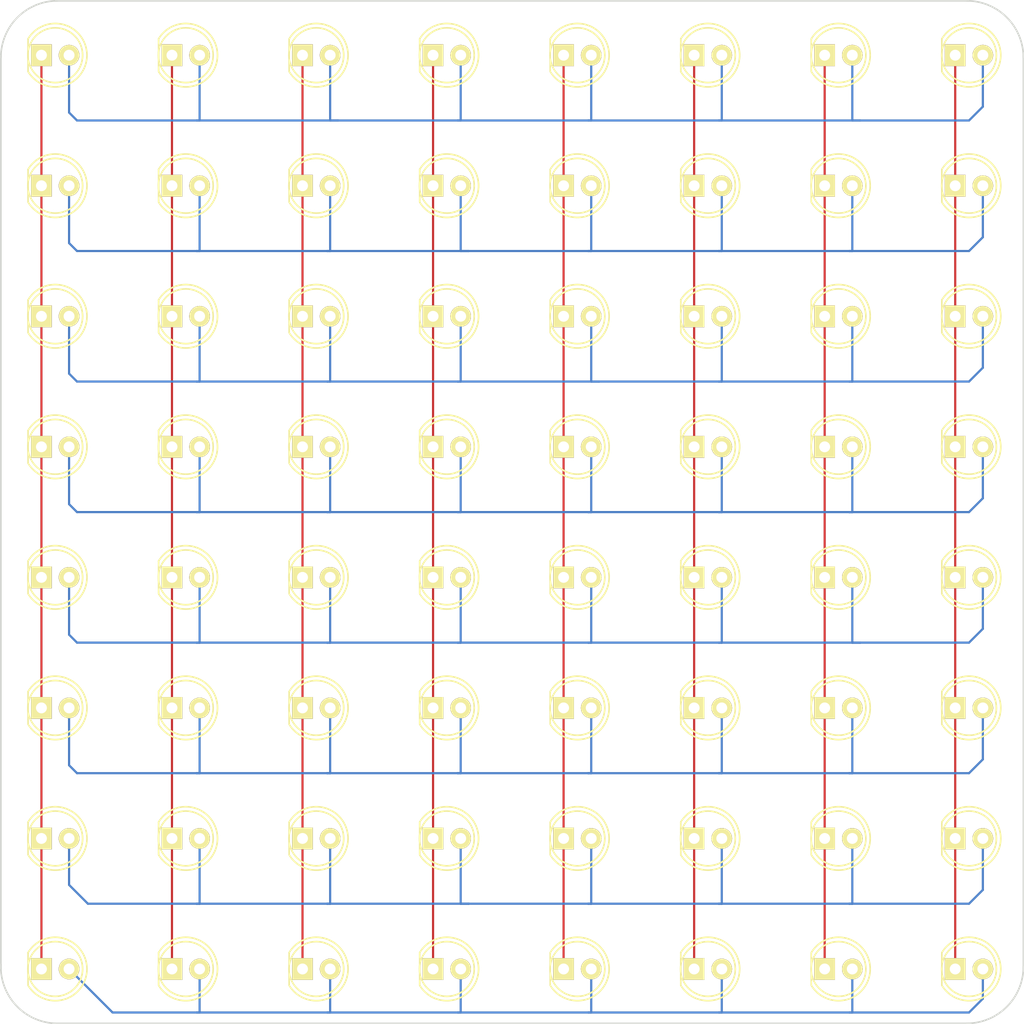
<source format=kicad_pcb>
(kicad_pcb (version 4) (host pcbnew 4.0.2+dfsg1-stable)

  (general
    (links 0)
    (no_connects 0)
    (area -89.079271 -0.075001 5.075001 94.075001)
    (thickness 1.6)
    (drawings 8)
    (tracks 238)
    (zones 0)
    (modules 64)
    (nets 1)
  )

  (page A4)
  (layers
    (0 F.Cu signal)
    (31 B.Cu signal)
    (32 B.Adhes user)
    (33 F.Adhes user)
    (34 B.Paste user)
    (35 F.Paste user)
    (36 B.SilkS user)
    (37 F.SilkS user)
    (38 B.Mask user)
    (39 F.Mask user)
    (40 Dwgs.User user)
    (41 Cmts.User user)
    (42 Eco1.User user)
    (43 Eco2.User user)
    (44 Edge.Cuts user)
    (45 Margin user)
    (46 B.CrtYd user)
    (47 F.CrtYd user)
    (48 B.Fab user)
    (49 F.Fab user)
  )

  (setup
    (last_trace_width 0.2)
    (trace_clearance 0.2)
    (zone_clearance 0.508)
    (zone_45_only no)
    (trace_min 0.2)
    (segment_width 0.15)
    (edge_width 0.15)
    (via_size 0.6)
    (via_drill 0.4)
    (via_min_size 0.4)
    (via_min_drill 0.3)
    (uvia_size 0.3)
    (uvia_drill 0.1)
    (uvias_allowed no)
    (uvia_min_size 0.2)
    (uvia_min_drill 0.1)
    (pcb_text_width 0.3)
    (pcb_text_size 1.5 1.5)
    (mod_edge_width 0.15)
    (mod_text_size 1 1)
    (mod_text_width 0.15)
    (pad_size 2 1.9)
    (pad_drill 1.00076)
    (pad_to_mask_clearance 0.2)
    (aux_axis_origin 0 0)
    (visible_elements FFFFFF7F)
    (pcbplotparams
      (layerselection 0x010f0_80000001)
      (usegerberextensions false)
      (excludeedgelayer true)
      (linewidth 0.100000)
      (plotframeref false)
      (viasonmask false)
      (mode 1)
      (useauxorigin false)
      (hpglpennumber 1)
      (hpglpenspeed 20)
      (hpglpendiameter 15)
      (hpglpenoverlay 2)
      (psnegative false)
      (psa4output false)
      (plotreference true)
      (plotvalue true)
      (plotinvisibletext false)
      (padsonsilk false)
      (subtractmaskfromsilk false)
      (outputformat 1)
      (mirror false)
      (drillshape 0)
      (scaleselection 1)
      (outputdirectory ""))
  )

  (net 0 "")

  (net_class Default "This is the default net class."
    (clearance 0.2)
    (trace_width 0.2)
    (via_dia 0.6)
    (via_drill 0.4)
    (uvia_dia 0.3)
    (uvia_drill 0.1)
  )

  (module LEDs:LED-5MM (layer F.Cu) (tedit 5AF3D3E2) (tstamp 5AF2BC97)
    (at -13.27 5)
    (descr "LED 5mm round vertical")
    (tags "LED 5mm round vertical")
    (fp_text reference REF** (at 1.524 4.064) (layer F.SilkS) hide
      (effects (font (size 1 1) (thickness 0.15)))
    )
    (fp_text value LED-5MM (at 1.524 -3.937) (layer F.Fab)
      (effects (font (size 1 1) (thickness 0.15)))
    )
    (fp_line (start -1.5 -1.55) (end -1.5 1.55) (layer F.CrtYd) (width 0.05))
    (fp_arc (start 1.3 0) (end -1.5 1.55) (angle -302) (layer F.CrtYd) (width 0.05))
    (fp_arc (start 1.27 0) (end -1.23 -1.5) (angle 297.5) (layer F.SilkS) (width 0.15))
    (fp_line (start -1.23 1.5) (end -1.23 -1.5) (layer F.SilkS) (width 0.15))
    (fp_circle (center 1.27 0) (end 0.97 -2.5) (layer F.SilkS) (width 0.15))
    (fp_text user K (at -1.905 1.905) (layer F.SilkS) hide
      (effects (font (size 1 1) (thickness 0.15)))
    )
    (pad 1 thru_hole rect (at 0 0 90) (size 2 1.9) (drill 1.00076) (layers *.Cu *.Mask F.SilkS))
    (pad 2 thru_hole circle (at 2.54 0) (size 1.9 1.9) (drill 1.00076) (layers *.Cu *.Mask F.SilkS))
    (model LEDs.3dshapes/LED-5MM.wrl
      (at (xyz 0.05 0 0))
      (scale (xyz 1 1 1))
      (rotate (xyz 0 0 90))
    )
  )

  (module LEDs:LED-5MM (layer F.Cu) (tedit 5AF3D3F6) (tstamp 5AF2BDBA)
    (at -85.27 5)
    (descr "LED 5mm round vertical")
    (tags "LED 5mm round vertical")
    (fp_text reference "" (at 1.524 4.064) (layer F.SilkS)
      (effects (font (size 1 1) (thickness 0.15)))
    )
    (fp_text value LED-5MM (at 1.524 -3.937) (layer F.Fab)
      (effects (font (size 1 1) (thickness 0.15)))
    )
    (fp_line (start -1.5 -1.55) (end -1.5 1.55) (layer F.CrtYd) (width 0.05))
    (fp_arc (start 1.3 0) (end -1.5 1.55) (angle -302) (layer F.CrtYd) (width 0.05))
    (fp_arc (start 1.27 0) (end -1.23 -1.5) (angle 297.5) (layer F.SilkS) (width 0.15))
    (fp_line (start -1.23 1.5) (end -1.23 -1.5) (layer F.SilkS) (width 0.15))
    (fp_circle (center 1.27 0) (end 0.97 -2.5) (layer F.SilkS) (width 0.15))
    (fp_text user K (at -1.905 1.905) (layer F.SilkS) hide
      (effects (font (size 1 1) (thickness 0.15)))
    )
    (pad 1 thru_hole rect (at 0 0 90) (size 2 1.9) (drill 1.00076) (layers *.Cu *.Mask F.SilkS))
    (pad 2 thru_hole circle (at 2.54 0) (size 1.9 1.9) (drill 1.00076) (layers *.Cu *.Mask F.SilkS))
    (model LEDs.3dshapes/LED-5MM.wrl
      (at (xyz 0.05 0 0))
      (scale (xyz 1 1 1))
      (rotate (xyz 0 0 90))
    )
  )

  (module LEDs:LED-5MM (layer F.Cu) (tedit 5AF3D3E6) (tstamp 5AF2BCCA)
    (at -25.27 5)
    (descr "LED 5mm round vertical")
    (tags "LED 5mm round vertical")
    (fp_text reference REF** (at 1.524 4.064) (layer F.SilkS) hide
      (effects (font (size 1 1) (thickness 0.15)))
    )
    (fp_text value LED-5MM (at 1.524 -3.937) (layer F.Fab)
      (effects (font (size 1 1) (thickness 0.15)))
    )
    (fp_line (start -1.5 -1.55) (end -1.5 1.55) (layer F.CrtYd) (width 0.05))
    (fp_arc (start 1.3 0) (end -1.5 1.55) (angle -302) (layer F.CrtYd) (width 0.05))
    (fp_arc (start 1.27 0) (end -1.23 -1.5) (angle 297.5) (layer F.SilkS) (width 0.15))
    (fp_line (start -1.23 1.5) (end -1.23 -1.5) (layer F.SilkS) (width 0.15))
    (fp_circle (center 1.27 0) (end 0.97 -2.5) (layer F.SilkS) (width 0.15))
    (fp_text user K (at -1.905 1.905) (layer F.SilkS) hide
      (effects (font (size 1 1) (thickness 0.15)))
    )
    (pad 1 thru_hole rect (at 0 0 90) (size 2 1.9) (drill 1.00076) (layers *.Cu *.Mask F.SilkS))
    (pad 2 thru_hole circle (at 2.54 0) (size 1.9 1.9) (drill 1.00076) (layers *.Cu *.Mask F.SilkS))
    (model LEDs.3dshapes/LED-5MM.wrl
      (at (xyz 0.05 0 0))
      (scale (xyz 1 1 1))
      (rotate (xyz 0 0 90))
    )
  )

  (module LEDs:LED-5MM (layer F.Cu) (tedit 5AF3D3E9) (tstamp 5AF2BD0B)
    (at -37.27 5)
    (descr "LED 5mm round vertical")
    (tags "LED 5mm round vertical")
    (fp_text reference REF** (at 1.524 4.064) (layer F.SilkS) hide
      (effects (font (size 1 1) (thickness 0.15)))
    )
    (fp_text value LED-5MM (at 1.524 -3.937) (layer F.Fab)
      (effects (font (size 1 1) (thickness 0.15)))
    )
    (fp_line (start -1.5 -1.55) (end -1.5 1.55) (layer F.CrtYd) (width 0.05))
    (fp_arc (start 1.3 0) (end -1.5 1.55) (angle -302) (layer F.CrtYd) (width 0.05))
    (fp_arc (start 1.27 0) (end -1.23 -1.5) (angle 297.5) (layer F.SilkS) (width 0.15))
    (fp_line (start -1.23 1.5) (end -1.23 -1.5) (layer F.SilkS) (width 0.15))
    (fp_circle (center 1.27 0) (end 0.97 -2.5) (layer F.SilkS) (width 0.15))
    (fp_text user K (at -1.905 1.905) (layer F.SilkS) hide
      (effects (font (size 1 1) (thickness 0.15)))
    )
    (pad 1 thru_hole rect (at 0 0 90) (size 2 1.9) (drill 1.00076) (layers *.Cu *.Mask F.SilkS))
    (pad 2 thru_hole circle (at 2.54 0) (size 1.9 1.9) (drill 1.00076) (layers *.Cu *.Mask F.SilkS))
    (model LEDs.3dshapes/LED-5MM.wrl
      (at (xyz 0.05 0 0))
      (scale (xyz 1 1 1))
      (rotate (xyz 0 0 90))
    )
  )

  (module LEDs:LED-5MM (layer F.Cu) (tedit 5AF3D3ED) (tstamp 5AF2BD35)
    (at -49.27 5)
    (descr "LED 5mm round vertical")
    (tags "LED 5mm round vertical")
    (fp_text reference REF** (at 1.524 4.064) (layer F.SilkS) hide
      (effects (font (size 1 1) (thickness 0.15)))
    )
    (fp_text value LED-5MM (at 1.524 -3.937) (layer F.Fab)
      (effects (font (size 1 1) (thickness 0.15)))
    )
    (fp_line (start -1.5 -1.55) (end -1.5 1.55) (layer F.CrtYd) (width 0.05))
    (fp_arc (start 1.3 0) (end -1.5 1.55) (angle -302) (layer F.CrtYd) (width 0.05))
    (fp_arc (start 1.27 0) (end -1.23 -1.5) (angle 297.5) (layer F.SilkS) (width 0.15))
    (fp_line (start -1.23 1.5) (end -1.23 -1.5) (layer F.SilkS) (width 0.15))
    (fp_circle (center 1.27 0) (end 0.97 -2.5) (layer F.SilkS) (width 0.15))
    (fp_text user K (at -1.905 1.905) (layer F.SilkS) hide
      (effects (font (size 1 1) (thickness 0.15)))
    )
    (pad 1 thru_hole rect (at 0 0 90) (size 2 1.9) (drill 1.00076) (layers *.Cu *.Mask F.SilkS))
    (pad 2 thru_hole circle (at 2.54 0) (size 1.9 1.9) (drill 1.00076) (layers *.Cu *.Mask F.SilkS))
    (model LEDs.3dshapes/LED-5MM.wrl
      (at (xyz 0.05 0 0))
      (scale (xyz 1 1 1))
      (rotate (xyz 0 0 90))
    )
  )

  (module LEDs:LED-5MM (layer F.Cu) (tedit 5AF3D3F0) (tstamp 5AF2BD60)
    (at -61.27 5)
    (descr "LED 5mm round vertical")
    (tags "LED 5mm round vertical")
    (fp_text reference "" (at 1.524 4.064) (layer F.SilkS)
      (effects (font (size 1 1) (thickness 0.15)))
    )
    (fp_text value LED-5MM (at 1.524 -3.937) (layer F.Fab)
      (effects (font (size 1 1) (thickness 0.15)))
    )
    (fp_line (start -1.5 -1.55) (end -1.5 1.55) (layer F.CrtYd) (width 0.05))
    (fp_arc (start 1.3 0) (end -1.5 1.55) (angle -302) (layer F.CrtYd) (width 0.05))
    (fp_arc (start 1.27 0) (end -1.23 -1.5) (angle 297.5) (layer F.SilkS) (width 0.15))
    (fp_line (start -1.23 1.5) (end -1.23 -1.5) (layer F.SilkS) (width 0.15))
    (fp_circle (center 1.27 0) (end 0.97 -2.5) (layer F.SilkS) (width 0.15))
    (fp_text user K (at -1.905 1.905) (layer F.SilkS) hide
      (effects (font (size 1 1) (thickness 0.15)))
    )
    (pad 1 thru_hole rect (at 0 0 90) (size 2 1.9) (drill 1.00076) (layers *.Cu *.Mask F.SilkS))
    (pad 2 thru_hole circle (at 2.54 0) (size 1.9 1.9) (drill 1.00076) (layers *.Cu *.Mask F.SilkS))
    (model LEDs.3dshapes/LED-5MM.wrl
      (at (xyz 0.05 0 0))
      (scale (xyz 1 1 1))
      (rotate (xyz 0 0 90))
    )
  )

  (module LEDs:LED-5MM (layer F.Cu) (tedit 5AF3D3F3) (tstamp 5AF2BD87)
    (at -73.27 5)
    (descr "LED 5mm round vertical")
    (tags "LED 5mm round vertical")
    (fp_text reference "" (at 1.524 4.064) (layer F.SilkS)
      (effects (font (size 1 1) (thickness 0.15)))
    )
    (fp_text value LED-5MM (at 1.524 -3.937) (layer F.Fab)
      (effects (font (size 1 1) (thickness 0.15)))
    )
    (fp_line (start -1.5 -1.55) (end -1.5 1.55) (layer F.CrtYd) (width 0.05))
    (fp_arc (start 1.3 0) (end -1.5 1.55) (angle -302) (layer F.CrtYd) (width 0.05))
    (fp_arc (start 1.27 0) (end -1.23 -1.5) (angle 297.5) (layer F.SilkS) (width 0.15))
    (fp_line (start -1.23 1.5) (end -1.23 -1.5) (layer F.SilkS) (width 0.15))
    (fp_circle (center 1.27 0) (end 0.97 -2.5) (layer F.SilkS) (width 0.15))
    (fp_text user K (at -1.905 1.905) (layer F.SilkS) hide
      (effects (font (size 1 1) (thickness 0.15)))
    )
    (pad 1 thru_hole rect (at 0 0 90) (size 2 1.9) (drill 1.00076) (layers *.Cu *.Mask F.SilkS))
    (pad 2 thru_hole circle (at 2.54 0) (size 1.9 1.9) (drill 1.00076) (layers *.Cu *.Mask F.SilkS))
    (model LEDs.3dshapes/LED-5MM.wrl
      (at (xyz 0.05 0 0))
      (scale (xyz 1 1 1))
      (rotate (xyz 0 0 90))
    )
  )

  (module LEDs:LED-5MM (layer F.Cu) (tedit 5AF3D3D6) (tstamp 5AF2BE66)
    (at -1.27 5)
    (descr "LED 5mm round vertical")
    (tags "LED 5mm round vertical")
    (fp_text reference REF** (at 1.524 4.064) (layer F.SilkS) hide
      (effects (font (size 1 1) (thickness 0.15)))
    )
    (fp_text value LED-5MM (at 1.524 -3.937) (layer F.Fab)
      (effects (font (size 1 1) (thickness 0.15)))
    )
    (fp_line (start -1.5 -1.55) (end -1.5 1.55) (layer F.CrtYd) (width 0.05))
    (fp_arc (start 1.3 0) (end -1.5 1.55) (angle -302) (layer F.CrtYd) (width 0.05))
    (fp_arc (start 1.27 0) (end -1.23 -1.5) (angle 297.5) (layer F.SilkS) (width 0.15))
    (fp_line (start -1.23 1.5) (end -1.23 -1.5) (layer F.SilkS) (width 0.15))
    (fp_circle (center 1.27 0) (end 0.97 -2.5) (layer F.SilkS) (width 0.15))
    (fp_text user K (at -1.905 1.905) (layer F.SilkS) hide
      (effects (font (size 1 1) (thickness 0.15)))
    )
    (pad 1 thru_hole rect (at 0 0 90) (size 2 1.9) (drill 1.00076) (layers *.Cu *.Mask F.SilkS))
    (pad 2 thru_hole circle (at 2.54 0) (size 1.9 1.9) (drill 1.00076) (layers *.Cu *.Mask F.SilkS))
    (model LEDs.3dshapes/LED-5MM.wrl
      (at (xyz 0.05 0 0))
      (scale (xyz 1 1 1))
      (rotate (xyz 0 0 90))
    )
  )

  (module LEDs:LED-5MM (layer F.Cu) (tedit 5AF3D444) (tstamp 5AF2BF8E)
    (at -1.27 17)
    (descr "LED 5mm round vertical")
    (tags "LED 5mm round vertical")
    (fp_text reference REF** (at 1.524 4.064) (layer F.SilkS) hide
      (effects (font (size 1 1) (thickness 0.15)))
    )
    (fp_text value LED-5MM (at 1.524 -3.937) (layer F.Fab)
      (effects (font (size 1 1) (thickness 0.15)))
    )
    (fp_line (start -1.5 -1.55) (end -1.5 1.55) (layer F.CrtYd) (width 0.05))
    (fp_arc (start 1.3 0) (end -1.5 1.55) (angle -302) (layer F.CrtYd) (width 0.05))
    (fp_arc (start 1.27 0) (end -1.23 -1.5) (angle 297.5) (layer F.SilkS) (width 0.15))
    (fp_line (start -1.23 1.5) (end -1.23 -1.5) (layer F.SilkS) (width 0.15))
    (fp_circle (center 1.27 0) (end 0.97 -2.5) (layer F.SilkS) (width 0.15))
    (fp_text user K (at -1.905 1.905) (layer F.SilkS) hide
      (effects (font (size 1 1) (thickness 0.15)))
    )
    (pad 1 thru_hole rect (at 0 0 90) (size 2 1.9) (drill 1.00076) (layers *.Cu *.Mask F.SilkS))
    (pad 2 thru_hole circle (at 2.54 0) (size 1.9 1.9) (drill 1.00076) (layers *.Cu *.Mask F.SilkS))
    (model LEDs.3dshapes/LED-5MM.wrl
      (at (xyz 0.05 0 0))
      (scale (xyz 1 1 1))
      (rotate (xyz 0 0 90))
    )
  )

  (module LEDs:LED-5MM (layer F.Cu) (tedit 5AF3D43D) (tstamp 5AF2BFB5)
    (at -13.27 17)
    (descr "LED 5mm round vertical")
    (tags "LED 5mm round vertical")
    (fp_text reference REF** (at 1.524 4.064) (layer F.SilkS) hide
      (effects (font (size 1 1) (thickness 0.15)))
    )
    (fp_text value LED-5MM (at 1.524 -3.937) (layer F.Fab)
      (effects (font (size 1 1) (thickness 0.15)))
    )
    (fp_line (start -1.5 -1.55) (end -1.5 1.55) (layer F.CrtYd) (width 0.05))
    (fp_arc (start 1.3 0) (end -1.5 1.55) (angle -302) (layer F.CrtYd) (width 0.05))
    (fp_arc (start 1.27 0) (end -1.23 -1.5) (angle 297.5) (layer F.SilkS) (width 0.15))
    (fp_line (start -1.23 1.5) (end -1.23 -1.5) (layer F.SilkS) (width 0.15))
    (fp_circle (center 1.27 0) (end 0.97 -2.5) (layer F.SilkS) (width 0.15))
    (fp_text user K (at -1.905 1.905) (layer F.SilkS) hide
      (effects (font (size 1 1) (thickness 0.15)))
    )
    (pad 1 thru_hole rect (at 0 0 90) (size 2 1.9) (drill 1.00076) (layers *.Cu *.Mask F.SilkS))
    (pad 2 thru_hole circle (at 2.54 0) (size 1.9 1.9) (drill 1.00076) (layers *.Cu *.Mask F.SilkS))
    (model LEDs.3dshapes/LED-5MM.wrl
      (at (xyz 0.05 0 0))
      (scale (xyz 1 1 1))
      (rotate (xyz 0 0 90))
    )
  )

  (module LEDs:LED-5MM (layer F.Cu) (tedit 5AF3D437) (tstamp 5AF2BFDC)
    (at -25.27 17)
    (descr "LED 5mm round vertical")
    (tags "LED 5mm round vertical")
    (fp_text reference REF** (at 1.524 4.064) (layer F.SilkS) hide
      (effects (font (size 1 1) (thickness 0.15)))
    )
    (fp_text value LED-5MM (at 1.524 -3.937) (layer F.Fab)
      (effects (font (size 1 1) (thickness 0.15)))
    )
    (fp_line (start -1.5 -1.55) (end -1.5 1.55) (layer F.CrtYd) (width 0.05))
    (fp_arc (start 1.3 0) (end -1.5 1.55) (angle -302) (layer F.CrtYd) (width 0.05))
    (fp_arc (start 1.27 0) (end -1.23 -1.5) (angle 297.5) (layer F.SilkS) (width 0.15))
    (fp_line (start -1.23 1.5) (end -1.23 -1.5) (layer F.SilkS) (width 0.15))
    (fp_circle (center 1.27 0) (end 0.97 -2.5) (layer F.SilkS) (width 0.15))
    (fp_text user K (at -1.905 1.905) (layer F.SilkS) hide
      (effects (font (size 1 1) (thickness 0.15)))
    )
    (pad 1 thru_hole rect (at 0 0 90) (size 2 1.9) (drill 1.00076) (layers *.Cu *.Mask F.SilkS))
    (pad 2 thru_hole circle (at 2.54 0) (size 1.9 1.9) (drill 1.00076) (layers *.Cu *.Mask F.SilkS))
    (model LEDs.3dshapes/LED-5MM.wrl
      (at (xyz 0.05 0 0))
      (scale (xyz 1 1 1))
      (rotate (xyz 0 0 90))
    )
  )

  (module LEDs:LED-5MM (layer F.Cu) (tedit 5AF3D42A) (tstamp 5AF2C003)
    (at -37.27 17)
    (descr "LED 5mm round vertical")
    (tags "LED 5mm round vertical")
    (fp_text reference REF** (at 1.524 4.064) (layer F.SilkS) hide
      (effects (font (size 1 1) (thickness 0.15)))
    )
    (fp_text value LED-5MM (at 1.524 -3.937) (layer F.Fab)
      (effects (font (size 1 1) (thickness 0.15)))
    )
    (fp_line (start -1.5 -1.55) (end -1.5 1.55) (layer F.CrtYd) (width 0.05))
    (fp_arc (start 1.3 0) (end -1.5 1.55) (angle -302) (layer F.CrtYd) (width 0.05))
    (fp_arc (start 1.27 0) (end -1.23 -1.5) (angle 297.5) (layer F.SilkS) (width 0.15))
    (fp_line (start -1.23 1.5) (end -1.23 -1.5) (layer F.SilkS) (width 0.15))
    (fp_circle (center 1.27 0) (end 0.97 -2.5) (layer F.SilkS) (width 0.15))
    (fp_text user K (at -1.905 1.905) (layer F.SilkS) hide
      (effects (font (size 1 1) (thickness 0.15)))
    )
    (pad 1 thru_hole rect (at 0 0 90) (size 2 1.9) (drill 1.00076) (layers *.Cu *.Mask F.SilkS))
    (pad 2 thru_hole circle (at 2.54 0) (size 1.9 1.9) (drill 1.00076) (layers *.Cu *.Mask F.SilkS))
    (model LEDs.3dshapes/LED-5MM.wrl
      (at (xyz 0.05 0 0))
      (scale (xyz 1 1 1))
      (rotate (xyz 0 0 90))
    )
  )

  (module LEDs:LED-5MM (layer F.Cu) (tedit 5AF3D42F) (tstamp 5AF2C02D)
    (at -49.27 17)
    (descr "LED 5mm round vertical")
    (tags "LED 5mm round vertical")
    (fp_text reference REF** (at 1.524 4.064) (layer F.SilkS) hide
      (effects (font (size 1 1) (thickness 0.15)))
    )
    (fp_text value LED-5MM (at 1.524 -3.937) (layer F.Fab)
      (effects (font (size 1 1) (thickness 0.15)))
    )
    (fp_line (start -1.5 -1.55) (end -1.5 1.55) (layer F.CrtYd) (width 0.05))
    (fp_arc (start 1.3 0) (end -1.5 1.55) (angle -302) (layer F.CrtYd) (width 0.05))
    (fp_arc (start 1.27 0) (end -1.23 -1.5) (angle 297.5) (layer F.SilkS) (width 0.15))
    (fp_line (start -1.23 1.5) (end -1.23 -1.5) (layer F.SilkS) (width 0.15))
    (fp_circle (center 1.27 0) (end 0.97 -2.5) (layer F.SilkS) (width 0.15))
    (fp_text user K (at -1.905 1.905) (layer F.SilkS) hide
      (effects (font (size 1 1) (thickness 0.15)))
    )
    (pad 1 thru_hole rect (at 0 0 90) (size 2 1.9) (drill 1.00076) (layers *.Cu *.Mask F.SilkS))
    (pad 2 thru_hole circle (at 2.54 0) (size 1.9 1.9) (drill 1.00076) (layers *.Cu *.Mask F.SilkS))
    (model LEDs.3dshapes/LED-5MM.wrl
      (at (xyz 0.05 0 0))
      (scale (xyz 1 1 1))
      (rotate (xyz 0 0 90))
    )
  )

  (module LEDs:LED-5MM (layer F.Cu) (tedit 5AF3D423) (tstamp 5AF2C051)
    (at -61.27 17)
    (descr "LED 5mm round vertical")
    (tags "LED 5mm round vertical")
    (fp_text reference REF** (at 1.524 4.064) (layer F.SilkS) hide
      (effects (font (size 1 1) (thickness 0.15)))
    )
    (fp_text value LED-5MM (at 1.524 -3.937) (layer F.Fab)
      (effects (font (size 1 1) (thickness 0.15)))
    )
    (fp_line (start -1.5 -1.55) (end -1.5 1.55) (layer F.CrtYd) (width 0.05))
    (fp_arc (start 1.3 0) (end -1.5 1.55) (angle -302) (layer F.CrtYd) (width 0.05))
    (fp_arc (start 1.27 0) (end -1.23 -1.5) (angle 297.5) (layer F.SilkS) (width 0.15))
    (fp_line (start -1.23 1.5) (end -1.23 -1.5) (layer F.SilkS) (width 0.15))
    (fp_circle (center 1.27 0) (end 0.97 -2.5) (layer F.SilkS) (width 0.15))
    (fp_text user K (at -1.905 1.905) (layer F.SilkS) hide
      (effects (font (size 1 1) (thickness 0.15)))
    )
    (pad 1 thru_hole rect (at 0 0 90) (size 2 1.9) (drill 1.00076) (layers *.Cu *.Mask F.SilkS))
    (pad 2 thru_hole circle (at 2.54 0) (size 1.9 1.9) (drill 1.00076) (layers *.Cu *.Mask F.SilkS))
    (model LEDs.3dshapes/LED-5MM.wrl
      (at (xyz 0.05 0 0))
      (scale (xyz 1 1 1))
      (rotate (xyz 0 0 90))
    )
  )

  (module LEDs:LED-5MM (layer F.Cu) (tedit 5AF3D41E) (tstamp 5AF2C07C)
    (at -73.27 17)
    (descr "LED 5mm round vertical")
    (tags "LED 5mm round vertical")
    (fp_text reference REF** (at 1.524 4.064) (layer F.SilkS) hide
      (effects (font (size 1 1) (thickness 0.15)))
    )
    (fp_text value LED-5MM (at 1.524 -3.937) (layer F.Fab)
      (effects (font (size 1 1) (thickness 0.15)))
    )
    (fp_line (start -1.5 -1.55) (end -1.5 1.55) (layer F.CrtYd) (width 0.05))
    (fp_arc (start 1.3 0) (end -1.5 1.55) (angle -302) (layer F.CrtYd) (width 0.05))
    (fp_arc (start 1.27 0) (end -1.23 -1.5) (angle 297.5) (layer F.SilkS) (width 0.15))
    (fp_line (start -1.23 1.5) (end -1.23 -1.5) (layer F.SilkS) (width 0.15))
    (fp_circle (center 1.27 0) (end 0.97 -2.5) (layer F.SilkS) (width 0.15))
    (fp_text user K (at -1.905 1.905) (layer F.SilkS) hide
      (effects (font (size 1 1) (thickness 0.15)))
    )
    (pad 1 thru_hole rect (at 0 0 90) (size 2 1.9) (drill 1.00076) (layers *.Cu *.Mask F.SilkS))
    (pad 2 thru_hole circle (at 2.54 0) (size 1.9 1.9) (drill 1.00076) (layers *.Cu *.Mask F.SilkS))
    (model LEDs.3dshapes/LED-5MM.wrl
      (at (xyz 0.05 0 0))
      (scale (xyz 1 1 1))
      (rotate (xyz 0 0 90))
    )
  )

  (module LEDs:LED-5MM (layer F.Cu) (tedit 5AF3D418) (tstamp 5AF2C0A0)
    (at -85.27 17)
    (descr "LED 5mm round vertical")
    (tags "LED 5mm round vertical")
    (fp_text reference REF** (at 1.524 4.064) (layer F.SilkS) hide
      (effects (font (size 1 1) (thickness 0.15)))
    )
    (fp_text value LED-5MM (at 1.524 -3.937) (layer F.Fab)
      (effects (font (size 1 1) (thickness 0.15)))
    )
    (fp_line (start -1.5 -1.55) (end -1.5 1.55) (layer F.CrtYd) (width 0.05))
    (fp_arc (start 1.3 0) (end -1.5 1.55) (angle -302) (layer F.CrtYd) (width 0.05))
    (fp_arc (start 1.27 0) (end -1.23 -1.5) (angle 297.5) (layer F.SilkS) (width 0.15))
    (fp_line (start -1.23 1.5) (end -1.23 -1.5) (layer F.SilkS) (width 0.15))
    (fp_circle (center 1.27 0) (end 0.97 -2.5) (layer F.SilkS) (width 0.15))
    (fp_text user K (at -1.905 1.905) (layer F.SilkS) hide
      (effects (font (size 1 1) (thickness 0.15)))
    )
    (pad 1 thru_hole rect (at 0 0 90) (size 2 1.9) (drill 1.00076) (layers *.Cu *.Mask F.SilkS))
    (pad 2 thru_hole circle (at 2.54 0) (size 1.9 1.9) (drill 1.00076) (layers *.Cu *.Mask F.SilkS))
    (model LEDs.3dshapes/LED-5MM.wrl
      (at (xyz 0.05 0 0))
      (scale (xyz 1 1 1))
      (rotate (xyz 0 0 90))
    )
  )

  (module LEDs:LED-5MM (layer F.Cu) (tedit 5AF3D449) (tstamp 5AF2C111)
    (at -1.27 29)
    (descr "LED 5mm round vertical")
    (tags "LED 5mm round vertical")
    (fp_text reference REF** (at 1.524 4.064) (layer F.SilkS) hide
      (effects (font (size 1 1) (thickness 0.15)))
    )
    (fp_text value LED-5MM (at 1.524 -3.937) (layer F.Fab)
      (effects (font (size 1 1) (thickness 0.15)))
    )
    (fp_line (start -1.5 -1.55) (end -1.5 1.55) (layer F.CrtYd) (width 0.05))
    (fp_arc (start 1.3 0) (end -1.5 1.55) (angle -302) (layer F.CrtYd) (width 0.05))
    (fp_arc (start 1.27 0) (end -1.23 -1.5) (angle 297.5) (layer F.SilkS) (width 0.15))
    (fp_line (start -1.23 1.5) (end -1.23 -1.5) (layer F.SilkS) (width 0.15))
    (fp_circle (center 1.27 0) (end 0.97 -2.5) (layer F.SilkS) (width 0.15))
    (fp_text user K (at -1.905 1.905) (layer F.SilkS) hide
      (effects (font (size 1 1) (thickness 0.15)))
    )
    (pad 1 thru_hole rect (at 0 0 90) (size 2 1.9) (drill 1.00076) (layers *.Cu *.Mask F.SilkS))
    (pad 2 thru_hole circle (at 2.54 0) (size 1.9 1.9) (drill 1.00076) (layers *.Cu *.Mask F.SilkS))
    (model LEDs.3dshapes/LED-5MM.wrl
      (at (xyz 0.05 0 0))
      (scale (xyz 1 1 1))
      (rotate (xyz 0 0 90))
    )
  )

  (module LEDs:LED-5MM (layer F.Cu) (tedit 5AF3D44F) (tstamp 5AF2C135)
    (at -13.27 29)
    (descr "LED 5mm round vertical")
    (tags "LED 5mm round vertical")
    (fp_text reference REF** (at 1.524 4.064) (layer F.SilkS) hide
      (effects (font (size 1 1) (thickness 0.15)))
    )
    (fp_text value LED-5MM (at 1.524 -3.937) (layer F.Fab)
      (effects (font (size 1 1) (thickness 0.15)))
    )
    (fp_line (start -1.5 -1.55) (end -1.5 1.55) (layer F.CrtYd) (width 0.05))
    (fp_arc (start 1.3 0) (end -1.5 1.55) (angle -302) (layer F.CrtYd) (width 0.05))
    (fp_arc (start 1.27 0) (end -1.23 -1.5) (angle 297.5) (layer F.SilkS) (width 0.15))
    (fp_line (start -1.23 1.5) (end -1.23 -1.5) (layer F.SilkS) (width 0.15))
    (fp_circle (center 1.27 0) (end 0.97 -2.5) (layer F.SilkS) (width 0.15))
    (fp_text user K (at -1.905 1.905) (layer F.SilkS) hide
      (effects (font (size 1 1) (thickness 0.15)))
    )
    (pad 1 thru_hole rect (at 0 0 90) (size 2 1.9) (drill 1.00076) (layers *.Cu *.Mask F.SilkS))
    (pad 2 thru_hole circle (at 2.54 0) (size 1.9 1.9) (drill 1.00076) (layers *.Cu *.Mask F.SilkS))
    (model LEDs.3dshapes/LED-5MM.wrl
      (at (xyz 0.05 0 0))
      (scale (xyz 1 1 1))
      (rotate (xyz 0 0 90))
    )
  )

  (module LEDs:LED-5MM (layer F.Cu) (tedit 5AF3D455) (tstamp 5AF2C159)
    (at -25.27 29)
    (descr "LED 5mm round vertical")
    (tags "LED 5mm round vertical")
    (fp_text reference REF** (at 1.524 4.064) (layer F.SilkS) hide
      (effects (font (size 1 1) (thickness 0.15)))
    )
    (fp_text value LED-5MM (at 1.524 -3.937) (layer F.Fab)
      (effects (font (size 1 1) (thickness 0.15)))
    )
    (fp_line (start -1.5 -1.55) (end -1.5 1.55) (layer F.CrtYd) (width 0.05))
    (fp_arc (start 1.3 0) (end -1.5 1.55) (angle -302) (layer F.CrtYd) (width 0.05))
    (fp_arc (start 1.27 0) (end -1.23 -1.5) (angle 297.5) (layer F.SilkS) (width 0.15))
    (fp_line (start -1.23 1.5) (end -1.23 -1.5) (layer F.SilkS) (width 0.15))
    (fp_circle (center 1.27 0) (end 0.97 -2.5) (layer F.SilkS) (width 0.15))
    (fp_text user K (at -1.905 1.905) (layer F.SilkS) hide
      (effects (font (size 1 1) (thickness 0.15)))
    )
    (pad 1 thru_hole rect (at 0 0 90) (size 2 1.9) (drill 1.00076) (layers *.Cu *.Mask F.SilkS))
    (pad 2 thru_hole circle (at 2.54 0) (size 1.9 1.9) (drill 1.00076) (layers *.Cu *.Mask F.SilkS))
    (model LEDs.3dshapes/LED-5MM.wrl
      (at (xyz 0.05 0 0))
      (scale (xyz 1 1 1))
      (rotate (xyz 0 0 90))
    )
  )

  (module LEDs:LED-5MM (layer F.Cu) (tedit 5AF3D45A) (tstamp 5AF2C17D)
    (at -37.27 29)
    (descr "LED 5mm round vertical")
    (tags "LED 5mm round vertical")
    (fp_text reference REF** (at 1.524 4.064) (layer F.SilkS) hide
      (effects (font (size 1 1) (thickness 0.15)))
    )
    (fp_text value LED-5MM (at 1.524 -3.937) (layer F.Fab)
      (effects (font (size 1 1) (thickness 0.15)))
    )
    (fp_line (start -1.5 -1.55) (end -1.5 1.55) (layer F.CrtYd) (width 0.05))
    (fp_arc (start 1.3 0) (end -1.5 1.55) (angle -302) (layer F.CrtYd) (width 0.05))
    (fp_arc (start 1.27 0) (end -1.23 -1.5) (angle 297.5) (layer F.SilkS) (width 0.15))
    (fp_line (start -1.23 1.5) (end -1.23 -1.5) (layer F.SilkS) (width 0.15))
    (fp_circle (center 1.27 0) (end 0.97 -2.5) (layer F.SilkS) (width 0.15))
    (fp_text user K (at -1.905 1.905) (layer F.SilkS) hide
      (effects (font (size 1 1) (thickness 0.15)))
    )
    (pad 1 thru_hole rect (at 0 0 90) (size 2 1.9) (drill 1.00076) (layers *.Cu *.Mask F.SilkS))
    (pad 2 thru_hole circle (at 2.54 0) (size 1.9 1.9) (drill 1.00076) (layers *.Cu *.Mask F.SilkS))
    (model LEDs.3dshapes/LED-5MM.wrl
      (at (xyz 0.05 0 0))
      (scale (xyz 1 1 1))
      (rotate (xyz 0 0 90))
    )
  )

  (module LEDs:LED-5MM (layer F.Cu) (tedit 5AF3D460) (tstamp 5AF2C1A1)
    (at -49.27 29)
    (descr "LED 5mm round vertical")
    (tags "LED 5mm round vertical")
    (fp_text reference REF** (at 1.524 4.064) (layer F.SilkS) hide
      (effects (font (size 1 1) (thickness 0.15)))
    )
    (fp_text value LED-5MM (at 1.524 -3.937) (layer F.Fab)
      (effects (font (size 1 1) (thickness 0.15)))
    )
    (fp_line (start -1.5 -1.55) (end -1.5 1.55) (layer F.CrtYd) (width 0.05))
    (fp_arc (start 1.3 0) (end -1.5 1.55) (angle -302) (layer F.CrtYd) (width 0.05))
    (fp_arc (start 1.27 0) (end -1.23 -1.5) (angle 297.5) (layer F.SilkS) (width 0.15))
    (fp_line (start -1.23 1.5) (end -1.23 -1.5) (layer F.SilkS) (width 0.15))
    (fp_circle (center 1.27 0) (end 0.97 -2.5) (layer F.SilkS) (width 0.15))
    (fp_text user K (at -1.905 1.905) (layer F.SilkS) hide
      (effects (font (size 1 1) (thickness 0.15)))
    )
    (pad 1 thru_hole rect (at 0 0 90) (size 2 1.9) (drill 1.00076) (layers *.Cu *.Mask F.SilkS))
    (pad 2 thru_hole circle (at 2.54 0) (size 1.9 1.9) (drill 1.00076) (layers *.Cu *.Mask F.SilkS))
    (model LEDs.3dshapes/LED-5MM.wrl
      (at (xyz 0.05 0 0))
      (scale (xyz 1 1 1))
      (rotate (xyz 0 0 90))
    )
  )

  (module LEDs:LED-5MM (layer F.Cu) (tedit 5AF3D466) (tstamp 5AF2C1C5)
    (at -61.27 29)
    (descr "LED 5mm round vertical")
    (tags "LED 5mm round vertical")
    (fp_text reference REF** (at 1.524 4.064) (layer F.SilkS) hide
      (effects (font (size 1 1) (thickness 0.15)))
    )
    (fp_text value LED-5MM (at 1.524 -3.937) (layer F.Fab)
      (effects (font (size 1 1) (thickness 0.15)))
    )
    (fp_line (start -1.5 -1.55) (end -1.5 1.55) (layer F.CrtYd) (width 0.05))
    (fp_arc (start 1.3 0) (end -1.5 1.55) (angle -302) (layer F.CrtYd) (width 0.05))
    (fp_arc (start 1.27 0) (end -1.23 -1.5) (angle 297.5) (layer F.SilkS) (width 0.15))
    (fp_line (start -1.23 1.5) (end -1.23 -1.5) (layer F.SilkS) (width 0.15))
    (fp_circle (center 1.27 0) (end 0.97 -2.5) (layer F.SilkS) (width 0.15))
    (fp_text user K (at -1.905 1.905) (layer F.SilkS) hide
      (effects (font (size 1 1) (thickness 0.15)))
    )
    (pad 1 thru_hole rect (at 0 0 90) (size 2 1.9) (drill 1.00076) (layers *.Cu *.Mask F.SilkS))
    (pad 2 thru_hole circle (at 2.54 0) (size 1.9 1.9) (drill 1.00076) (layers *.Cu *.Mask F.SilkS))
    (model LEDs.3dshapes/LED-5MM.wrl
      (at (xyz 0.05 0 0))
      (scale (xyz 1 1 1))
      (rotate (xyz 0 0 90))
    )
  )

  (module LEDs:LED-5MM (layer F.Cu) (tedit 5AF3D46C) (tstamp 5AF2C1E9)
    (at -73.27 29)
    (descr "LED 5mm round vertical")
    (tags "LED 5mm round vertical")
    (fp_text reference REF** (at 1.524 4.064) (layer F.SilkS) hide
      (effects (font (size 1 1) (thickness 0.15)))
    )
    (fp_text value LED-5MM (at 1.524 -3.937) (layer F.Fab)
      (effects (font (size 1 1) (thickness 0.15)))
    )
    (fp_line (start -1.5 -1.55) (end -1.5 1.55) (layer F.CrtYd) (width 0.05))
    (fp_arc (start 1.3 0) (end -1.5 1.55) (angle -302) (layer F.CrtYd) (width 0.05))
    (fp_arc (start 1.27 0) (end -1.23 -1.5) (angle 297.5) (layer F.SilkS) (width 0.15))
    (fp_line (start -1.23 1.5) (end -1.23 -1.5) (layer F.SilkS) (width 0.15))
    (fp_circle (center 1.27 0) (end 0.97 -2.5) (layer F.SilkS) (width 0.15))
    (fp_text user K (at -1.905 1.905) (layer F.SilkS) hide
      (effects (font (size 1 1) (thickness 0.15)))
    )
    (pad 1 thru_hole rect (at 0 0 90) (size 2 1.9) (drill 1.00076) (layers *.Cu *.Mask F.SilkS))
    (pad 2 thru_hole circle (at 2.54 0) (size 1.9 1.9) (drill 1.00076) (layers *.Cu *.Mask F.SilkS))
    (model LEDs.3dshapes/LED-5MM.wrl
      (at (xyz 0.05 0 0))
      (scale (xyz 1 1 1))
      (rotate (xyz 0 0 90))
    )
  )

  (module LEDs:LED-5MM (layer F.Cu) (tedit 5AF3D472) (tstamp 5AF2C20E)
    (at -85.27 29)
    (descr "LED 5mm round vertical")
    (tags "LED 5mm round vertical")
    (fp_text reference REF** (at 1.524 4.064) (layer F.SilkS) hide
      (effects (font (size 1 1) (thickness 0.15)))
    )
    (fp_text value LED-5MM (at 1.524 -3.937) (layer F.Fab)
      (effects (font (size 1 1) (thickness 0.15)))
    )
    (fp_line (start -1.5 -1.55) (end -1.5 1.55) (layer F.CrtYd) (width 0.05))
    (fp_arc (start 1.3 0) (end -1.5 1.55) (angle -302) (layer F.CrtYd) (width 0.05))
    (fp_arc (start 1.27 0) (end -1.23 -1.5) (angle 297.5) (layer F.SilkS) (width 0.15))
    (fp_line (start -1.23 1.5) (end -1.23 -1.5) (layer F.SilkS) (width 0.15))
    (fp_circle (center 1.27 0) (end 0.97 -2.5) (layer F.SilkS) (width 0.15))
    (fp_text user K (at -1.905 1.905) (layer F.SilkS) hide
      (effects (font (size 1 1) (thickness 0.15)))
    )
    (pad 1 thru_hole rect (at 0 0 90) (size 2 1.9) (drill 1.00076) (layers *.Cu *.Mask F.SilkS))
    (pad 2 thru_hole circle (at 2.54 0) (size 1.9 1.9) (drill 1.00076) (layers *.Cu *.Mask F.SilkS))
    (model LEDs.3dshapes/LED-5MM.wrl
      (at (xyz 0.05 0 0))
      (scale (xyz 1 1 1))
      (rotate (xyz 0 0 90))
    )
  )

  (module LEDs:LED-5MM (layer F.Cu) (tedit 5AF3D4A9) (tstamp 5AF2C246)
    (at -1.27 41)
    (descr "LED 5mm round vertical")
    (tags "LED 5mm round vertical")
    (fp_text reference REF** (at 1.524 4.064) (layer F.SilkS) hide
      (effects (font (size 1 1) (thickness 0.15)))
    )
    (fp_text value LED-5MM (at 1.524 -3.937) (layer F.Fab)
      (effects (font (size 1 1) (thickness 0.15)))
    )
    (fp_line (start -1.5 -1.55) (end -1.5 1.55) (layer F.CrtYd) (width 0.05))
    (fp_arc (start 1.3 0) (end -1.5 1.55) (angle -302) (layer F.CrtYd) (width 0.05))
    (fp_arc (start 1.27 0) (end -1.23 -1.5) (angle 297.5) (layer F.SilkS) (width 0.15))
    (fp_line (start -1.23 1.5) (end -1.23 -1.5) (layer F.SilkS) (width 0.15))
    (fp_circle (center 1.27 0) (end 0.97 -2.5) (layer F.SilkS) (width 0.15))
    (fp_text user K (at -1.905 1.905) (layer F.SilkS) hide
      (effects (font (size 1 1) (thickness 0.15)))
    )
    (pad 1 thru_hole rect (at 0 0 90) (size 2 1.9) (drill 1.00076) (layers *.Cu *.Mask F.SilkS))
    (pad 2 thru_hole circle (at 2.54 0) (size 1.9 1.9) (drill 1.00076) (layers *.Cu *.Mask F.SilkS))
    (model LEDs.3dshapes/LED-5MM.wrl
      (at (xyz 0.05 0 0))
      (scale (xyz 1 1 1))
      (rotate (xyz 0 0 90))
    )
  )

  (module LEDs:LED-5MM (layer F.Cu) (tedit 5AF3D4AB) (tstamp 5AF2C26A)
    (at -13.27 41)
    (descr "LED 5mm round vertical")
    (tags "LED 5mm round vertical")
    (fp_text reference REF** (at 1.524 4.064) (layer F.SilkS) hide
      (effects (font (size 1 1) (thickness 0.15)))
    )
    (fp_text value LED-5MM (at 1.524 -3.937) (layer F.Fab)
      (effects (font (size 1 1) (thickness 0.15)))
    )
    (fp_line (start -1.5 -1.55) (end -1.5 1.55) (layer F.CrtYd) (width 0.05))
    (fp_arc (start 1.3 0) (end -1.5 1.55) (angle -302) (layer F.CrtYd) (width 0.05))
    (fp_arc (start 1.27 0) (end -1.23 -1.5) (angle 297.5) (layer F.SilkS) (width 0.15))
    (fp_line (start -1.23 1.5) (end -1.23 -1.5) (layer F.SilkS) (width 0.15))
    (fp_circle (center 1.27 0) (end 0.97 -2.5) (layer F.SilkS) (width 0.15))
    (fp_text user K (at -1.905 1.905) (layer F.SilkS) hide
      (effects (font (size 1 1) (thickness 0.15)))
    )
    (pad 1 thru_hole rect (at 0 0 90) (size 2 1.9) (drill 1.00076) (layers *.Cu *.Mask F.SilkS))
    (pad 2 thru_hole circle (at 2.54 0) (size 1.9 1.9) (drill 1.00076) (layers *.Cu *.Mask F.SilkS))
    (model LEDs.3dshapes/LED-5MM.wrl
      (at (xyz 0.05 0 0))
      (scale (xyz 1 1 1))
      (rotate (xyz 0 0 90))
    )
  )

  (module LEDs:LED-5MM (layer F.Cu) (tedit 5AF3D49E) (tstamp 5AF2C28E)
    (at -25.27 41)
    (descr "LED 5mm round vertical")
    (tags "LED 5mm round vertical")
    (fp_text reference REF** (at 1.524 4.064) (layer F.SilkS) hide
      (effects (font (size 1 1) (thickness 0.15)))
    )
    (fp_text value LED-5MM (at 1.524 -3.937) (layer F.Fab)
      (effects (font (size 1 1) (thickness 0.15)))
    )
    (fp_line (start -1.5 -1.55) (end -1.5 1.55) (layer F.CrtYd) (width 0.05))
    (fp_arc (start 1.3 0) (end -1.5 1.55) (angle -302) (layer F.CrtYd) (width 0.05))
    (fp_arc (start 1.27 0) (end -1.23 -1.5) (angle 297.5) (layer F.SilkS) (width 0.15))
    (fp_line (start -1.23 1.5) (end -1.23 -1.5) (layer F.SilkS) (width 0.15))
    (fp_circle (center 1.27 0) (end 0.97 -2.5) (layer F.SilkS) (width 0.15))
    (fp_text user K (at -1.905 1.905) (layer F.SilkS) hide
      (effects (font (size 1 1) (thickness 0.15)))
    )
    (pad 1 thru_hole rect (at 0 0 90) (size 2 1.9) (drill 1.00076) (layers *.Cu *.Mask F.SilkS))
    (pad 2 thru_hole circle (at 2.54 0) (size 1.9 1.9) (drill 1.00076) (layers *.Cu *.Mask F.SilkS))
    (model LEDs.3dshapes/LED-5MM.wrl
      (at (xyz 0.05 0 0))
      (scale (xyz 1 1 1))
      (rotate (xyz 0 0 90))
    )
  )

  (module LEDs:LED-5MM (layer F.Cu) (tedit 5AF3D498) (tstamp 5AF2C2B2)
    (at -37.27 41)
    (descr "LED 5mm round vertical")
    (tags "LED 5mm round vertical")
    (fp_text reference REF** (at 1.524 4.064) (layer F.SilkS) hide
      (effects (font (size 1 1) (thickness 0.15)))
    )
    (fp_text value LED-5MM (at 1.524 -3.937) (layer F.Fab)
      (effects (font (size 1 1) (thickness 0.15)))
    )
    (fp_line (start -1.5 -1.55) (end -1.5 1.55) (layer F.CrtYd) (width 0.05))
    (fp_arc (start 1.3 0) (end -1.5 1.55) (angle -302) (layer F.CrtYd) (width 0.05))
    (fp_arc (start 1.27 0) (end -1.23 -1.5) (angle 297.5) (layer F.SilkS) (width 0.15))
    (fp_line (start -1.23 1.5) (end -1.23 -1.5) (layer F.SilkS) (width 0.15))
    (fp_circle (center 1.27 0) (end 0.97 -2.5) (layer F.SilkS) (width 0.15))
    (fp_text user K (at -1.905 1.905) (layer F.SilkS) hide
      (effects (font (size 1 1) (thickness 0.15)))
    )
    (pad 1 thru_hole rect (at 0 0 90) (size 2 1.9) (drill 1.00076) (layers *.Cu *.Mask F.SilkS))
    (pad 2 thru_hole circle (at 2.54 0) (size 1.9 1.9) (drill 1.00076) (layers *.Cu *.Mask F.SilkS))
    (model LEDs.3dshapes/LED-5MM.wrl
      (at (xyz 0.05 0 0))
      (scale (xyz 1 1 1))
      (rotate (xyz 0 0 90))
    )
  )

  (module LEDs:LED-5MM (layer F.Cu) (tedit 5AF3D494) (tstamp 5AF2C2D6)
    (at -49.27 41)
    (descr "LED 5mm round vertical")
    (tags "LED 5mm round vertical")
    (fp_text reference REF** (at 1.524 4.064) (layer F.SilkS) hide
      (effects (font (size 1 1) (thickness 0.15)))
    )
    (fp_text value LED-5MM (at 1.524 -3.937) (layer F.Fab)
      (effects (font (size 1 1) (thickness 0.15)))
    )
    (fp_line (start -1.5 -1.55) (end -1.5 1.55) (layer F.CrtYd) (width 0.05))
    (fp_arc (start 1.3 0) (end -1.5 1.55) (angle -302) (layer F.CrtYd) (width 0.05))
    (fp_arc (start 1.27 0) (end -1.23 -1.5) (angle 297.5) (layer F.SilkS) (width 0.15))
    (fp_line (start -1.23 1.5) (end -1.23 -1.5) (layer F.SilkS) (width 0.15))
    (fp_circle (center 1.27 0) (end 0.97 -2.5) (layer F.SilkS) (width 0.15))
    (fp_text user K (at -1.905 1.905) (layer F.SilkS) hide
      (effects (font (size 1 1) (thickness 0.15)))
    )
    (pad 1 thru_hole rect (at 0 0 90) (size 2 1.9) (drill 1.00076) (layers *.Cu *.Mask F.SilkS))
    (pad 2 thru_hole circle (at 2.54 0) (size 1.9 1.9) (drill 1.00076) (layers *.Cu *.Mask F.SilkS))
    (model LEDs.3dshapes/LED-5MM.wrl
      (at (xyz 0.05 0 0))
      (scale (xyz 1 1 1))
      (rotate (xyz 0 0 90))
    )
  )

  (module LEDs:LED-5MM (layer F.Cu) (tedit 5AF3D48E) (tstamp 5AF2C2FA)
    (at -61.27 41)
    (descr "LED 5mm round vertical")
    (tags "LED 5mm round vertical")
    (fp_text reference REF** (at 1.524 4.064) (layer F.SilkS) hide
      (effects (font (size 1 1) (thickness 0.15)))
    )
    (fp_text value LED-5MM (at 1.524 -3.937) (layer F.Fab)
      (effects (font (size 1 1) (thickness 0.15)))
    )
    (fp_line (start -1.5 -1.55) (end -1.5 1.55) (layer F.CrtYd) (width 0.05))
    (fp_arc (start 1.3 0) (end -1.5 1.55) (angle -302) (layer F.CrtYd) (width 0.05))
    (fp_arc (start 1.27 0) (end -1.23 -1.5) (angle 297.5) (layer F.SilkS) (width 0.15))
    (fp_line (start -1.23 1.5) (end -1.23 -1.5) (layer F.SilkS) (width 0.15))
    (fp_circle (center 1.27 0) (end 0.97 -2.5) (layer F.SilkS) (width 0.15))
    (fp_text user K (at -1.905 1.905) (layer F.SilkS) hide
      (effects (font (size 1 1) (thickness 0.15)))
    )
    (pad 1 thru_hole rect (at 0 0 90) (size 2 1.9) (drill 1.00076) (layers *.Cu *.Mask F.SilkS))
    (pad 2 thru_hole circle (at 2.54 0) (size 1.9 1.9) (drill 1.00076) (layers *.Cu *.Mask F.SilkS))
    (model LEDs.3dshapes/LED-5MM.wrl
      (at (xyz 0.05 0 0))
      (scale (xyz 1 1 1))
      (rotate (xyz 0 0 90))
    )
  )

  (module LEDs:LED-5MM (layer F.Cu) (tedit 5AF3D482) (tstamp 5AF2C31E)
    (at -73.27 41)
    (descr "LED 5mm round vertical")
    (tags "LED 5mm round vertical")
    (fp_text reference REF** (at 1.524 4.064) (layer F.SilkS) hide
      (effects (font (size 1 1) (thickness 0.15)))
    )
    (fp_text value LED-5MM (at 1.524 -3.937) (layer F.Fab)
      (effects (font (size 1 1) (thickness 0.15)))
    )
    (fp_line (start -1.5 -1.55) (end -1.5 1.55) (layer F.CrtYd) (width 0.05))
    (fp_arc (start 1.3 0) (end -1.5 1.55) (angle -302) (layer F.CrtYd) (width 0.05))
    (fp_arc (start 1.27 0) (end -1.23 -1.5) (angle 297.5) (layer F.SilkS) (width 0.15))
    (fp_line (start -1.23 1.5) (end -1.23 -1.5) (layer F.SilkS) (width 0.15))
    (fp_circle (center 1.27 0) (end 0.97 -2.5) (layer F.SilkS) (width 0.15))
    (fp_text user K (at -1.905 1.905) (layer F.SilkS) hide
      (effects (font (size 1 1) (thickness 0.15)))
    )
    (pad 1 thru_hole rect (at 0 0 90) (size 2 1.9) (drill 1.00076) (layers *.Cu *.Mask F.SilkS))
    (pad 2 thru_hole circle (at 2.54 0) (size 1.9 1.9) (drill 1.00076) (layers *.Cu *.Mask F.SilkS))
    (model LEDs.3dshapes/LED-5MM.wrl
      (at (xyz 0.05 0 0))
      (scale (xyz 1 1 1))
      (rotate (xyz 0 0 90))
    )
  )

  (module LEDs:LED-5MM (layer F.Cu) (tedit 5AF3D479) (tstamp 5AF2C342)
    (at -85.27 41)
    (descr "LED 5mm round vertical")
    (tags "LED 5mm round vertical")
    (fp_text reference REF** (at 1.524 4.064) (layer F.SilkS) hide
      (effects (font (size 1 1) (thickness 0.15)))
    )
    (fp_text value LED-5MM (at 1.524 -3.937) (layer F.Fab)
      (effects (font (size 1 1) (thickness 0.15)))
    )
    (fp_line (start -1.5 -1.55) (end -1.5 1.55) (layer F.CrtYd) (width 0.05))
    (fp_arc (start 1.3 0) (end -1.5 1.55) (angle -302) (layer F.CrtYd) (width 0.05))
    (fp_arc (start 1.27 0) (end -1.23 -1.5) (angle 297.5) (layer F.SilkS) (width 0.15))
    (fp_line (start -1.23 1.5) (end -1.23 -1.5) (layer F.SilkS) (width 0.15))
    (fp_circle (center 1.27 0) (end 0.97 -2.5) (layer F.SilkS) (width 0.15))
    (fp_text user K (at -1.905 1.905) (layer F.SilkS) hide
      (effects (font (size 1 1) (thickness 0.15)))
    )
    (pad 1 thru_hole rect (at 0 0 90) (size 2 1.9) (drill 1.00076) (layers *.Cu *.Mask F.SilkS))
    (pad 2 thru_hole circle (at 2.54 0) (size 1.9 1.9) (drill 1.00076) (layers *.Cu *.Mask F.SilkS))
    (model LEDs.3dshapes/LED-5MM.wrl
      (at (xyz 0.05 0 0))
      (scale (xyz 1 1 1))
      (rotate (xyz 0 0 90))
    )
  )

  (module LEDs:LED-5MM (layer F.Cu) (tedit 5AF3D4B4) (tstamp 5AF2C379)
    (at -1.27 53)
    (descr "LED 5mm round vertical")
    (tags "LED 5mm round vertical")
    (fp_text reference REF** (at 1.524 4.064) (layer F.SilkS) hide
      (effects (font (size 1 1) (thickness 0.15)))
    )
    (fp_text value LED-5MM (at 1.524 -3.937) (layer F.Fab)
      (effects (font (size 1 1) (thickness 0.15)))
    )
    (fp_line (start -1.5 -1.55) (end -1.5 1.55) (layer F.CrtYd) (width 0.05))
    (fp_arc (start 1.3 0) (end -1.5 1.55) (angle -302) (layer F.CrtYd) (width 0.05))
    (fp_arc (start 1.27 0) (end -1.23 -1.5) (angle 297.5) (layer F.SilkS) (width 0.15))
    (fp_line (start -1.23 1.5) (end -1.23 -1.5) (layer F.SilkS) (width 0.15))
    (fp_circle (center 1.27 0) (end 0.97 -2.5) (layer F.SilkS) (width 0.15))
    (fp_text user K (at -1.905 1.905) (layer F.SilkS) hide
      (effects (font (size 1 1) (thickness 0.15)))
    )
    (pad 1 thru_hole rect (at 0 0 90) (size 2 1.9) (drill 1.00076) (layers *.Cu *.Mask F.SilkS))
    (pad 2 thru_hole circle (at 2.54 0) (size 1.9 1.9) (drill 1.00076) (layers *.Cu *.Mask F.SilkS))
    (model LEDs.3dshapes/LED-5MM.wrl
      (at (xyz 0.05 0 0))
      (scale (xyz 1 1 1))
      (rotate (xyz 0 0 90))
    )
  )

  (module LEDs:LED-5MM (layer F.Cu) (tedit 5AF3D4BA) (tstamp 5AF2C39D)
    (at -13.27 53)
    (descr "LED 5mm round vertical")
    (tags "LED 5mm round vertical")
    (fp_text reference REF** (at 1.524 4.064) (layer F.SilkS) hide
      (effects (font (size 1 1) (thickness 0.15)))
    )
    (fp_text value LED-5MM (at 1.524 -3.937) (layer F.Fab)
      (effects (font (size 1 1) (thickness 0.15)))
    )
    (fp_line (start -1.5 -1.55) (end -1.5 1.55) (layer F.CrtYd) (width 0.05))
    (fp_arc (start 1.3 0) (end -1.5 1.55) (angle -302) (layer F.CrtYd) (width 0.05))
    (fp_arc (start 1.27 0) (end -1.23 -1.5) (angle 297.5) (layer F.SilkS) (width 0.15))
    (fp_line (start -1.23 1.5) (end -1.23 -1.5) (layer F.SilkS) (width 0.15))
    (fp_circle (center 1.27 0) (end 0.97 -2.5) (layer F.SilkS) (width 0.15))
    (fp_text user K (at -1.905 1.905) (layer F.SilkS) hide
      (effects (font (size 1 1) (thickness 0.15)))
    )
    (pad 1 thru_hole rect (at 0 0 90) (size 2 1.9) (drill 1.00076) (layers *.Cu *.Mask F.SilkS))
    (pad 2 thru_hole circle (at 2.54 0) (size 1.9 1.9) (drill 1.00076) (layers *.Cu *.Mask F.SilkS))
    (model LEDs.3dshapes/LED-5MM.wrl
      (at (xyz 0.05 0 0))
      (scale (xyz 1 1 1))
      (rotate (xyz 0 0 90))
    )
  )

  (module LEDs:LED-5MM (layer F.Cu) (tedit 5AF3D4C0) (tstamp 5AF2C3C1)
    (at -25.27 53)
    (descr "LED 5mm round vertical")
    (tags "LED 5mm round vertical")
    (fp_text reference REF** (at 1.524 4.064) (layer F.SilkS) hide
      (effects (font (size 1 1) (thickness 0.15)))
    )
    (fp_text value LED-5MM (at 1.524 -3.937) (layer F.Fab)
      (effects (font (size 1 1) (thickness 0.15)))
    )
    (fp_line (start -1.5 -1.55) (end -1.5 1.55) (layer F.CrtYd) (width 0.05))
    (fp_arc (start 1.3 0) (end -1.5 1.55) (angle -302) (layer F.CrtYd) (width 0.05))
    (fp_arc (start 1.27 0) (end -1.23 -1.5) (angle 297.5) (layer F.SilkS) (width 0.15))
    (fp_line (start -1.23 1.5) (end -1.23 -1.5) (layer F.SilkS) (width 0.15))
    (fp_circle (center 1.27 0) (end 0.97 -2.5) (layer F.SilkS) (width 0.15))
    (fp_text user K (at -1.905 1.905) (layer F.SilkS) hide
      (effects (font (size 1 1) (thickness 0.15)))
    )
    (pad 1 thru_hole rect (at 0 0 90) (size 2 1.9) (drill 1.00076) (layers *.Cu *.Mask F.SilkS))
    (pad 2 thru_hole circle (at 2.54 0) (size 1.9 1.9) (drill 1.00076) (layers *.Cu *.Mask F.SilkS))
    (model LEDs.3dshapes/LED-5MM.wrl
      (at (xyz 0.05 0 0))
      (scale (xyz 1 1 1))
      (rotate (xyz 0 0 90))
    )
  )

  (module LEDs:LED-5MM (layer F.Cu) (tedit 5AF3D4C8) (tstamp 5AF2C3E5)
    (at -37.27 53)
    (descr "LED 5mm round vertical")
    (tags "LED 5mm round vertical")
    (fp_text reference REF** (at 1.524 4.064) (layer F.SilkS) hide
      (effects (font (size 1 1) (thickness 0.15)))
    )
    (fp_text value LED-5MM (at 1.524 -3.937) (layer F.Fab)
      (effects (font (size 1 1) (thickness 0.15)))
    )
    (fp_line (start -1.5 -1.55) (end -1.5 1.55) (layer F.CrtYd) (width 0.05))
    (fp_arc (start 1.3 0) (end -1.5 1.55) (angle -302) (layer F.CrtYd) (width 0.05))
    (fp_arc (start 1.27 0) (end -1.23 -1.5) (angle 297.5) (layer F.SilkS) (width 0.15))
    (fp_line (start -1.23 1.5) (end -1.23 -1.5) (layer F.SilkS) (width 0.15))
    (fp_circle (center 1.27 0) (end 0.97 -2.5) (layer F.SilkS) (width 0.15))
    (fp_text user K (at -1.905 1.905) (layer F.SilkS) hide
      (effects (font (size 1 1) (thickness 0.15)))
    )
    (pad 1 thru_hole rect (at 0 0 90) (size 2 1.9) (drill 1.00076) (layers *.Cu *.Mask F.SilkS))
    (pad 2 thru_hole circle (at 2.54 0) (size 1.9 1.9) (drill 1.00076) (layers *.Cu *.Mask F.SilkS))
    (model LEDs.3dshapes/LED-5MM.wrl
      (at (xyz 0.05 0 0))
      (scale (xyz 1 1 1))
      (rotate (xyz 0 0 90))
    )
  )

  (module LEDs:LED-5MM (layer F.Cu) (tedit 5AF3D4D9) (tstamp 5AF2C409)
    (at -49.27 53)
    (descr "LED 5mm round vertical")
    (tags "LED 5mm round vertical")
    (fp_text reference REF** (at 1.524 4.064) (layer F.SilkS) hide
      (effects (font (size 1 1) (thickness 0.15)))
    )
    (fp_text value LED-5MM (at 1.524 -3.937) (layer F.Fab)
      (effects (font (size 1 1) (thickness 0.15)))
    )
    (fp_line (start -1.5 -1.55) (end -1.5 1.55) (layer F.CrtYd) (width 0.05))
    (fp_arc (start 1.3 0) (end -1.5 1.55) (angle -302) (layer F.CrtYd) (width 0.05))
    (fp_arc (start 1.27 0) (end -1.23 -1.5) (angle 297.5) (layer F.SilkS) (width 0.15))
    (fp_line (start -1.23 1.5) (end -1.23 -1.5) (layer F.SilkS) (width 0.15))
    (fp_circle (center 1.27 0) (end 0.97 -2.5) (layer F.SilkS) (width 0.15))
    (fp_text user K (at -1.905 1.905) (layer F.SilkS) hide
      (effects (font (size 1 1) (thickness 0.15)))
    )
    (pad 1 thru_hole rect (at 0 0 90) (size 2 1.9) (drill 1.00076) (layers *.Cu *.Mask F.SilkS))
    (pad 2 thru_hole circle (at 2.54 0) (size 1.9 1.9) (drill 1.00076) (layers *.Cu *.Mask F.SilkS))
    (model LEDs.3dshapes/LED-5MM.wrl
      (at (xyz 0.05 0 0))
      (scale (xyz 1 1 1))
      (rotate (xyz 0 0 90))
    )
  )

  (module LEDs:LED-5MM (layer F.Cu) (tedit 5AF3D4DF) (tstamp 5AF2C42D)
    (at -61.27 53)
    (descr "LED 5mm round vertical")
    (tags "LED 5mm round vertical")
    (fp_text reference REF** (at 1.524 4.064) (layer F.SilkS) hide
      (effects (font (size 1 1) (thickness 0.15)))
    )
    (fp_text value LED-5MM (at 1.524 -3.937) (layer F.Fab)
      (effects (font (size 1 1) (thickness 0.15)))
    )
    (fp_line (start -1.5 -1.55) (end -1.5 1.55) (layer F.CrtYd) (width 0.05))
    (fp_arc (start 1.3 0) (end -1.5 1.55) (angle -302) (layer F.CrtYd) (width 0.05))
    (fp_arc (start 1.27 0) (end -1.23 -1.5) (angle 297.5) (layer F.SilkS) (width 0.15))
    (fp_line (start -1.23 1.5) (end -1.23 -1.5) (layer F.SilkS) (width 0.15))
    (fp_circle (center 1.27 0) (end 0.97 -2.5) (layer F.SilkS) (width 0.15))
    (fp_text user K (at -1.905 1.905) (layer F.SilkS) hide
      (effects (font (size 1 1) (thickness 0.15)))
    )
    (pad 1 thru_hole rect (at 0 0 90) (size 2 1.9) (drill 1.00076) (layers *.Cu *.Mask F.SilkS))
    (pad 2 thru_hole circle (at 2.54 0) (size 1.9 1.9) (drill 1.00076) (layers *.Cu *.Mask F.SilkS))
    (model LEDs.3dshapes/LED-5MM.wrl
      (at (xyz 0.05 0 0))
      (scale (xyz 1 1 1))
      (rotate (xyz 0 0 90))
    )
  )

  (module LEDs:LED-5MM (layer F.Cu) (tedit 5AF3D4E4) (tstamp 5AF2C451)
    (at -73.27 53)
    (descr "LED 5mm round vertical")
    (tags "LED 5mm round vertical")
    (fp_text reference REF** (at 1.524 4.064) (layer F.SilkS) hide
      (effects (font (size 1 1) (thickness 0.15)))
    )
    (fp_text value LED-5MM (at 1.524 -3.937) (layer F.Fab)
      (effects (font (size 1 1) (thickness 0.15)))
    )
    (fp_line (start -1.5 -1.55) (end -1.5 1.55) (layer F.CrtYd) (width 0.05))
    (fp_arc (start 1.3 0) (end -1.5 1.55) (angle -302) (layer F.CrtYd) (width 0.05))
    (fp_arc (start 1.27 0) (end -1.23 -1.5) (angle 297.5) (layer F.SilkS) (width 0.15))
    (fp_line (start -1.23 1.5) (end -1.23 -1.5) (layer F.SilkS) (width 0.15))
    (fp_circle (center 1.27 0) (end 0.97 -2.5) (layer F.SilkS) (width 0.15))
    (fp_text user K (at -1.905 1.905) (layer F.SilkS) hide
      (effects (font (size 1 1) (thickness 0.15)))
    )
    (pad 1 thru_hole rect (at 0 0 90) (size 2 1.9) (drill 1.00076) (layers *.Cu *.Mask F.SilkS))
    (pad 2 thru_hole circle (at 2.54 0) (size 1.9 1.9) (drill 1.00076) (layers *.Cu *.Mask F.SilkS))
    (model LEDs.3dshapes/LED-5MM.wrl
      (at (xyz 0.05 0 0))
      (scale (xyz 1 1 1))
      (rotate (xyz 0 0 90))
    )
  )

  (module LEDs:LED-5MM (layer F.Cu) (tedit 5AF3D4E9) (tstamp 5AF2C475)
    (at -85.27 53)
    (descr "LED 5mm round vertical")
    (tags "LED 5mm round vertical")
    (fp_text reference REF** (at 1.524 4.064) (layer F.SilkS) hide
      (effects (font (size 1 1) (thickness 0.15)))
    )
    (fp_text value LED-5MM (at 1.524 -3.937) (layer F.Fab)
      (effects (font (size 1 1) (thickness 0.15)))
    )
    (fp_line (start -1.5 -1.55) (end -1.5 1.55) (layer F.CrtYd) (width 0.05))
    (fp_arc (start 1.3 0) (end -1.5 1.55) (angle -302) (layer F.CrtYd) (width 0.05))
    (fp_arc (start 1.27 0) (end -1.23 -1.5) (angle 297.5) (layer F.SilkS) (width 0.15))
    (fp_line (start -1.23 1.5) (end -1.23 -1.5) (layer F.SilkS) (width 0.15))
    (fp_circle (center 1.27 0) (end 0.97 -2.5) (layer F.SilkS) (width 0.15))
    (fp_text user K (at -1.905 1.905) (layer F.SilkS) hide
      (effects (font (size 1 1) (thickness 0.15)))
    )
    (pad 1 thru_hole rect (at 0 0 90) (size 2 1.9) (drill 1.00076) (layers *.Cu *.Mask F.SilkS))
    (pad 2 thru_hole circle (at 2.54 0) (size 1.9 1.9) (drill 1.00076) (layers *.Cu *.Mask F.SilkS))
    (model LEDs.3dshapes/LED-5MM.wrl
      (at (xyz 0.05 0 0))
      (scale (xyz 1 1 1))
      (rotate (xyz 0 0 90))
    )
  )

  (module LEDs:LED-5MM (layer F.Cu) (tedit 5AF3D500) (tstamp 5AF2C4AD)
    (at -1.27 65)
    (descr "LED 5mm round vertical")
    (tags "LED 5mm round vertical")
    (fp_text reference REF** (at 1.524 4.064) (layer F.SilkS) hide
      (effects (font (size 1 1) (thickness 0.15)))
    )
    (fp_text value LED-5MM (at 1.524 -3.937) (layer F.Fab)
      (effects (font (size 1 1) (thickness 0.15)))
    )
    (fp_line (start -1.5 -1.55) (end -1.5 1.55) (layer F.CrtYd) (width 0.05))
    (fp_arc (start 1.3 0) (end -1.5 1.55) (angle -302) (layer F.CrtYd) (width 0.05))
    (fp_arc (start 1.27 0) (end -1.23 -1.5) (angle 297.5) (layer F.SilkS) (width 0.15))
    (fp_line (start -1.23 1.5) (end -1.23 -1.5) (layer F.SilkS) (width 0.15))
    (fp_circle (center 1.27 0) (end 0.97 -2.5) (layer F.SilkS) (width 0.15))
    (fp_text user K (at -1.905 1.905) (layer F.SilkS) hide
      (effects (font (size 1 1) (thickness 0.15)))
    )
    (pad 1 thru_hole rect (at 0 0 90) (size 2 1.9) (drill 1.00076) (layers *.Cu *.Mask F.SilkS))
    (pad 2 thru_hole circle (at 2.54 0) (size 1.9 1.9) (drill 1.00076) (layers *.Cu *.Mask F.SilkS))
    (model LEDs.3dshapes/LED-5MM.wrl
      (at (xyz 0.05 0 0))
      (scale (xyz 1 1 1))
      (rotate (xyz 0 0 90))
    )
  )

  (module LEDs:LED-5MM (layer F.Cu) (tedit 5AF3D505) (tstamp 5AF2C4D1)
    (at -13.27 65)
    (descr "LED 5mm round vertical")
    (tags "LED 5mm round vertical")
    (fp_text reference REF** (at 1.524 4.064) (layer F.SilkS) hide
      (effects (font (size 1 1) (thickness 0.15)))
    )
    (fp_text value LED-5MM (at 1.524 -3.937) (layer F.Fab)
      (effects (font (size 1 1) (thickness 0.15)))
    )
    (fp_line (start -1.5 -1.55) (end -1.5 1.55) (layer F.CrtYd) (width 0.05))
    (fp_arc (start 1.3 0) (end -1.5 1.55) (angle -302) (layer F.CrtYd) (width 0.05))
    (fp_arc (start 1.27 0) (end -1.23 -1.5) (angle 297.5) (layer F.SilkS) (width 0.15))
    (fp_line (start -1.23 1.5) (end -1.23 -1.5) (layer F.SilkS) (width 0.15))
    (fp_circle (center 1.27 0) (end 0.97 -2.5) (layer F.SilkS) (width 0.15))
    (fp_text user K (at -1.905 1.905) (layer F.SilkS) hide
      (effects (font (size 1 1) (thickness 0.15)))
    )
    (pad 1 thru_hole rect (at 0 0 90) (size 2 1.9) (drill 1.00076) (layers *.Cu *.Mask F.SilkS))
    (pad 2 thru_hole circle (at 2.54 0) (size 1.9 1.9) (drill 1.00076) (layers *.Cu *.Mask F.SilkS))
    (model LEDs.3dshapes/LED-5MM.wrl
      (at (xyz 0.05 0 0))
      (scale (xyz 1 1 1))
      (rotate (xyz 0 0 90))
    )
  )

  (module LEDs:LED-5MM (layer F.Cu) (tedit 5AF3D50A) (tstamp 5AF2C4F5)
    (at -25.27 65)
    (descr "LED 5mm round vertical")
    (tags "LED 5mm round vertical")
    (fp_text reference REF** (at 1.524 4.064) (layer F.SilkS) hide
      (effects (font (size 1 1) (thickness 0.15)))
    )
    (fp_text value LED-5MM (at 1.524 -3.937) (layer F.Fab)
      (effects (font (size 1 1) (thickness 0.15)))
    )
    (fp_line (start -1.5 -1.55) (end -1.5 1.55) (layer F.CrtYd) (width 0.05))
    (fp_arc (start 1.3 0) (end -1.5 1.55) (angle -302) (layer F.CrtYd) (width 0.05))
    (fp_arc (start 1.27 0) (end -1.23 -1.5) (angle 297.5) (layer F.SilkS) (width 0.15))
    (fp_line (start -1.23 1.5) (end -1.23 -1.5) (layer F.SilkS) (width 0.15))
    (fp_circle (center 1.27 0) (end 0.97 -2.5) (layer F.SilkS) (width 0.15))
    (fp_text user K (at -1.905 1.905) (layer F.SilkS) hide
      (effects (font (size 1 1) (thickness 0.15)))
    )
    (pad 1 thru_hole rect (at 0 0 90) (size 2 1.9) (drill 1.00076) (layers *.Cu *.Mask F.SilkS))
    (pad 2 thru_hole circle (at 2.54 0) (size 1.9 1.9) (drill 1.00076) (layers *.Cu *.Mask F.SilkS))
    (model LEDs.3dshapes/LED-5MM.wrl
      (at (xyz 0.05 0 0))
      (scale (xyz 1 1 1))
      (rotate (xyz 0 0 90))
    )
  )

  (module LEDs:LED-5MM (layer F.Cu) (tedit 5AF3D50F) (tstamp 5AF2C519)
    (at -37.27 65)
    (descr "LED 5mm round vertical")
    (tags "LED 5mm round vertical")
    (fp_text reference REF** (at 1.524 4.064) (layer F.SilkS) hide
      (effects (font (size 1 1) (thickness 0.15)))
    )
    (fp_text value LED-5MM (at 1.524 -3.937) (layer F.Fab)
      (effects (font (size 1 1) (thickness 0.15)))
    )
    (fp_line (start -1.5 -1.55) (end -1.5 1.55) (layer F.CrtYd) (width 0.05))
    (fp_arc (start 1.3 0) (end -1.5 1.55) (angle -302) (layer F.CrtYd) (width 0.05))
    (fp_arc (start 1.27 0) (end -1.23 -1.5) (angle 297.5) (layer F.SilkS) (width 0.15))
    (fp_line (start -1.23 1.5) (end -1.23 -1.5) (layer F.SilkS) (width 0.15))
    (fp_circle (center 1.27 0) (end 0.97 -2.5) (layer F.SilkS) (width 0.15))
    (fp_text user K (at -1.905 1.905) (layer F.SilkS) hide
      (effects (font (size 1 1) (thickness 0.15)))
    )
    (pad 1 thru_hole rect (at 0 0 90) (size 2 1.9) (drill 1.00076) (layers *.Cu *.Mask F.SilkS))
    (pad 2 thru_hole circle (at 2.54 0) (size 1.9 1.9) (drill 1.00076) (layers *.Cu *.Mask F.SilkS))
    (model LEDs.3dshapes/LED-5MM.wrl
      (at (xyz 0.05 0 0))
      (scale (xyz 1 1 1))
      (rotate (xyz 0 0 90))
    )
  )

  (module LEDs:LED-5MM (layer F.Cu) (tedit 5AF3D515) (tstamp 5AF2C53D)
    (at -49.27 65)
    (descr "LED 5mm round vertical")
    (tags "LED 5mm round vertical")
    (fp_text reference REF** (at 1.524 4.064) (layer F.SilkS) hide
      (effects (font (size 1 1) (thickness 0.15)))
    )
    (fp_text value LED-5MM (at 1.524 -3.937) (layer F.Fab)
      (effects (font (size 1 1) (thickness 0.15)))
    )
    (fp_line (start -1.5 -1.55) (end -1.5 1.55) (layer F.CrtYd) (width 0.05))
    (fp_arc (start 1.3 0) (end -1.5 1.55) (angle -302) (layer F.CrtYd) (width 0.05))
    (fp_arc (start 1.27 0) (end -1.23 -1.5) (angle 297.5) (layer F.SilkS) (width 0.15))
    (fp_line (start -1.23 1.5) (end -1.23 -1.5) (layer F.SilkS) (width 0.15))
    (fp_circle (center 1.27 0) (end 0.97 -2.5) (layer F.SilkS) (width 0.15))
    (fp_text user K (at -1.905 1.905) (layer F.SilkS) hide
      (effects (font (size 1 1) (thickness 0.15)))
    )
    (pad 1 thru_hole rect (at 0 0 90) (size 2 1.9) (drill 1.00076) (layers *.Cu *.Mask F.SilkS))
    (pad 2 thru_hole circle (at 2.54 0) (size 1.9 1.9) (drill 1.00076) (layers *.Cu *.Mask F.SilkS))
    (model LEDs.3dshapes/LED-5MM.wrl
      (at (xyz 0.05 0 0))
      (scale (xyz 1 1 1))
      (rotate (xyz 0 0 90))
    )
  )

  (module LEDs:LED-5MM (layer F.Cu) (tedit 5AF3D4F9) (tstamp 5AF2C561)
    (at -61.27 65)
    (descr "LED 5mm round vertical")
    (tags "LED 5mm round vertical")
    (fp_text reference REF** (at 1.524 4.064) (layer F.SilkS) hide
      (effects (font (size 1 1) (thickness 0.15)))
    )
    (fp_text value LED-5MM (at 1.524 -3.937) (layer F.Fab)
      (effects (font (size 1 1) (thickness 0.15)))
    )
    (fp_line (start -1.5 -1.55) (end -1.5 1.55) (layer F.CrtYd) (width 0.05))
    (fp_arc (start 1.3 0) (end -1.5 1.55) (angle -302) (layer F.CrtYd) (width 0.05))
    (fp_arc (start 1.27 0) (end -1.23 -1.5) (angle 297.5) (layer F.SilkS) (width 0.15))
    (fp_line (start -1.23 1.5) (end -1.23 -1.5) (layer F.SilkS) (width 0.15))
    (fp_circle (center 1.27 0) (end 0.97 -2.5) (layer F.SilkS) (width 0.15))
    (fp_text user K (at -1.905 1.905) (layer F.SilkS) hide
      (effects (font (size 1 1) (thickness 0.15)))
    )
    (pad 1 thru_hole rect (at 0 0 90) (size 2 1.9) (drill 1.00076) (layers *.Cu *.Mask F.SilkS))
    (pad 2 thru_hole circle (at 2.54 0) (size 1.9 1.9) (drill 1.00076) (layers *.Cu *.Mask F.SilkS))
    (model LEDs.3dshapes/LED-5MM.wrl
      (at (xyz 0.05 0 0))
      (scale (xyz 1 1 1))
      (rotate (xyz 0 0 90))
    )
  )

  (module LEDs:LED-5MM (layer F.Cu) (tedit 5AF3D4F4) (tstamp 5AF2C585)
    (at -73.27 65)
    (descr "LED 5mm round vertical")
    (tags "LED 5mm round vertical")
    (fp_text reference REF** (at 1.524 4.064) (layer F.SilkS) hide
      (effects (font (size 1 1) (thickness 0.15)))
    )
    (fp_text value LED-5MM (at 1.524 -3.937) (layer F.Fab)
      (effects (font (size 1 1) (thickness 0.15)))
    )
    (fp_line (start -1.5 -1.55) (end -1.5 1.55) (layer F.CrtYd) (width 0.05))
    (fp_arc (start 1.3 0) (end -1.5 1.55) (angle -302) (layer F.CrtYd) (width 0.05))
    (fp_arc (start 1.27 0) (end -1.23 -1.5) (angle 297.5) (layer F.SilkS) (width 0.15))
    (fp_line (start -1.23 1.5) (end -1.23 -1.5) (layer F.SilkS) (width 0.15))
    (fp_circle (center 1.27 0) (end 0.97 -2.5) (layer F.SilkS) (width 0.15))
    (fp_text user K (at -1.905 1.905) (layer F.SilkS) hide
      (effects (font (size 1 1) (thickness 0.15)))
    )
    (pad 1 thru_hole rect (at 0 0 90) (size 2 1.9) (drill 1.00076) (layers *.Cu *.Mask F.SilkS))
    (pad 2 thru_hole circle (at 2.54 0) (size 1.9 1.9) (drill 1.00076) (layers *.Cu *.Mask F.SilkS))
    (model LEDs.3dshapes/LED-5MM.wrl
      (at (xyz 0.05 0 0))
      (scale (xyz 1 1 1))
      (rotate (xyz 0 0 90))
    )
  )

  (module LEDs:LED-5MM (layer F.Cu) (tedit 5AF3D4EF) (tstamp 5AF2C5A9)
    (at -85.27 65)
    (descr "LED 5mm round vertical")
    (tags "LED 5mm round vertical")
    (fp_text reference REF** (at 1.524 4.064) (layer F.SilkS) hide
      (effects (font (size 1 1) (thickness 0.15)))
    )
    (fp_text value LED-5MM (at 1.524 -3.937) (layer F.Fab)
      (effects (font (size 1 1) (thickness 0.15)))
    )
    (fp_line (start -1.5 -1.55) (end -1.5 1.55) (layer F.CrtYd) (width 0.05))
    (fp_arc (start 1.3 0) (end -1.5 1.55) (angle -302) (layer F.CrtYd) (width 0.05))
    (fp_arc (start 1.27 0) (end -1.23 -1.5) (angle 297.5) (layer F.SilkS) (width 0.15))
    (fp_line (start -1.23 1.5) (end -1.23 -1.5) (layer F.SilkS) (width 0.15))
    (fp_circle (center 1.27 0) (end 0.97 -2.5) (layer F.SilkS) (width 0.15))
    (fp_text user K (at -1.905 1.905) (layer F.SilkS) hide
      (effects (font (size 1 1) (thickness 0.15)))
    )
    (pad 1 thru_hole rect (at 0 0 90) (size 2 1.9) (drill 1.00076) (layers *.Cu *.Mask F.SilkS))
    (pad 2 thru_hole circle (at 2.54 0) (size 1.9 1.9) (drill 1.00076) (layers *.Cu *.Mask F.SilkS))
    (model LEDs.3dshapes/LED-5MM.wrl
      (at (xyz 0.05 0 0))
      (scale (xyz 1 1 1))
      (rotate (xyz 0 0 90))
    )
  )

  (module LEDs:LED-5MM (layer F.Cu) (tedit 5AF3D54F) (tstamp 5AF2C5E1)
    (at -1.27 77)
    (descr "LED 5mm round vertical")
    (tags "LED 5mm round vertical")
    (fp_text reference REF** (at 1.524 4.064) (layer F.SilkS) hide
      (effects (font (size 1 1) (thickness 0.15)))
    )
    (fp_text value LED-5MM (at 1.524 -3.937) (layer F.Fab)
      (effects (font (size 1 1) (thickness 0.15)))
    )
    (fp_line (start -1.5 -1.55) (end -1.5 1.55) (layer F.CrtYd) (width 0.05))
    (fp_arc (start 1.3 0) (end -1.5 1.55) (angle -302) (layer F.CrtYd) (width 0.05))
    (fp_arc (start 1.27 0) (end -1.23 -1.5) (angle 297.5) (layer F.SilkS) (width 0.15))
    (fp_line (start -1.23 1.5) (end -1.23 -1.5) (layer F.SilkS) (width 0.15))
    (fp_circle (center 1.27 0) (end 0.97 -2.5) (layer F.SilkS) (width 0.15))
    (fp_text user K (at -1.905 1.905) (layer F.SilkS) hide
      (effects (font (size 1 1) (thickness 0.15)))
    )
    (pad 1 thru_hole rect (at 0 0 90) (size 2 1.9) (drill 1.00076) (layers *.Cu *.Mask F.SilkS))
    (pad 2 thru_hole circle (at 2.54 0) (size 1.9 1.9) (drill 1.00076) (layers *.Cu *.Mask F.SilkS))
    (model LEDs.3dshapes/LED-5MM.wrl
      (at (xyz 0.05 0 0))
      (scale (xyz 1 1 1))
      (rotate (xyz 0 0 90))
    )
  )

  (module LEDs:LED-5MM (layer F.Cu) (tedit 5AF3D54A) (tstamp 5AF2C605)
    (at -13.27 77)
    (descr "LED 5mm round vertical")
    (tags "LED 5mm round vertical")
    (fp_text reference REF** (at 1.524 4.064) (layer F.SilkS) hide
      (effects (font (size 1 1) (thickness 0.15)))
    )
    (fp_text value LED-5MM (at 1.524 -3.937) (layer F.Fab)
      (effects (font (size 1 1) (thickness 0.15)))
    )
    (fp_line (start -1.5 -1.55) (end -1.5 1.55) (layer F.CrtYd) (width 0.05))
    (fp_arc (start 1.3 0) (end -1.5 1.55) (angle -302) (layer F.CrtYd) (width 0.05))
    (fp_arc (start 1.27 0) (end -1.23 -1.5) (angle 297.5) (layer F.SilkS) (width 0.15))
    (fp_line (start -1.23 1.5) (end -1.23 -1.5) (layer F.SilkS) (width 0.15))
    (fp_circle (center 1.27 0) (end 0.97 -2.5) (layer F.SilkS) (width 0.15))
    (fp_text user K (at -1.905 1.905) (layer F.SilkS) hide
      (effects (font (size 1 1) (thickness 0.15)))
    )
    (pad 1 thru_hole rect (at 0 0 90) (size 2 1.9) (drill 1.00076) (layers *.Cu *.Mask F.SilkS))
    (pad 2 thru_hole circle (at 2.54 0) (size 1.9 1.9) (drill 1.00076) (layers *.Cu *.Mask F.SilkS))
    (model LEDs.3dshapes/LED-5MM.wrl
      (at (xyz 0.05 0 0))
      (scale (xyz 1 1 1))
      (rotate (xyz 0 0 90))
    )
  )

  (module LEDs:LED-5MM (layer F.Cu) (tedit 5AF3D53B) (tstamp 5AF2C629)
    (at -25.27 77)
    (descr "LED 5mm round vertical")
    (tags "LED 5mm round vertical")
    (fp_text reference REF** (at 1.524 4.064) (layer F.SilkS) hide
      (effects (font (size 1 1) (thickness 0.15)))
    )
    (fp_text value LED-5MM (at 1.524 -3.937) (layer F.Fab)
      (effects (font (size 1 1) (thickness 0.15)))
    )
    (fp_line (start -1.5 -1.55) (end -1.5 1.55) (layer F.CrtYd) (width 0.05))
    (fp_arc (start 1.3 0) (end -1.5 1.55) (angle -302) (layer F.CrtYd) (width 0.05))
    (fp_arc (start 1.27 0) (end -1.23 -1.5) (angle 297.5) (layer F.SilkS) (width 0.15))
    (fp_line (start -1.23 1.5) (end -1.23 -1.5) (layer F.SilkS) (width 0.15))
    (fp_circle (center 1.27 0) (end 0.97 -2.5) (layer F.SilkS) (width 0.15))
    (fp_text user K (at -1.905 1.905) (layer F.SilkS) hide
      (effects (font (size 1 1) (thickness 0.15)))
    )
    (pad 1 thru_hole rect (at 0 0 90) (size 2 1.9) (drill 1.00076) (layers *.Cu *.Mask F.SilkS))
    (pad 2 thru_hole circle (at 2.54 0) (size 1.9 1.9) (drill 1.00076) (layers *.Cu *.Mask F.SilkS))
    (model LEDs.3dshapes/LED-5MM.wrl
      (at (xyz 0.05 0 0))
      (scale (xyz 1 1 1))
      (rotate (xyz 0 0 90))
    )
  )

  (module LEDs:LED-5MM (layer F.Cu) (tedit 5AF3D536) (tstamp 5AF2C64D)
    (at -37.27 77)
    (descr "LED 5mm round vertical")
    (tags "LED 5mm round vertical")
    (fp_text reference REF** (at 1.524 4.064) (layer F.SilkS) hide
      (effects (font (size 1 1) (thickness 0.15)))
    )
    (fp_text value LED-5MM (at 1.524 -3.937) (layer F.Fab)
      (effects (font (size 1 1) (thickness 0.15)))
    )
    (fp_line (start -1.5 -1.55) (end -1.5 1.55) (layer F.CrtYd) (width 0.05))
    (fp_arc (start 1.3 0) (end -1.5 1.55) (angle -302) (layer F.CrtYd) (width 0.05))
    (fp_arc (start 1.27 0) (end -1.23 -1.5) (angle 297.5) (layer F.SilkS) (width 0.15))
    (fp_line (start -1.23 1.5) (end -1.23 -1.5) (layer F.SilkS) (width 0.15))
    (fp_circle (center 1.27 0) (end 0.97 -2.5) (layer F.SilkS) (width 0.15))
    (fp_text user K (at -1.905 1.905) (layer F.SilkS) hide
      (effects (font (size 1 1) (thickness 0.15)))
    )
    (pad 1 thru_hole rect (at 0 0 90) (size 2 1.9) (drill 1.00076) (layers *.Cu *.Mask F.SilkS))
    (pad 2 thru_hole circle (at 2.54 0) (size 1.9 1.9) (drill 1.00076) (layers *.Cu *.Mask F.SilkS))
    (model LEDs.3dshapes/LED-5MM.wrl
      (at (xyz 0.05 0 0))
      (scale (xyz 1 1 1))
      (rotate (xyz 0 0 90))
    )
  )

  (module LEDs:LED-5MM (layer F.Cu) (tedit 5AF3D52C) (tstamp 5AF2C671)
    (at -49.27 77)
    (descr "LED 5mm round vertical")
    (tags "LED 5mm round vertical")
    (fp_text reference REF** (at 1.524 4.064) (layer F.SilkS) hide
      (effects (font (size 1 1) (thickness 0.15)))
    )
    (fp_text value LED-5MM (at 1.524 -3.937) (layer F.Fab)
      (effects (font (size 1 1) (thickness 0.15)))
    )
    (fp_line (start -1.5 -1.55) (end -1.5 1.55) (layer F.CrtYd) (width 0.05))
    (fp_arc (start 1.3 0) (end -1.5 1.55) (angle -302) (layer F.CrtYd) (width 0.05))
    (fp_arc (start 1.27 0) (end -1.23 -1.5) (angle 297.5) (layer F.SilkS) (width 0.15))
    (fp_line (start -1.23 1.5) (end -1.23 -1.5) (layer F.SilkS) (width 0.15))
    (fp_circle (center 1.27 0) (end 0.97 -2.5) (layer F.SilkS) (width 0.15))
    (fp_text user K (at -1.905 1.905) (layer F.SilkS) hide
      (effects (font (size 1 1) (thickness 0.15)))
    )
    (pad 1 thru_hole rect (at 0 0 90) (size 2 1.9) (drill 1.00076) (layers *.Cu *.Mask F.SilkS))
    (pad 2 thru_hole circle (at 2.54 0) (size 1.9 1.9) (drill 1.00076) (layers *.Cu *.Mask F.SilkS))
    (model LEDs.3dshapes/LED-5MM.wrl
      (at (xyz 0.05 0 0))
      (scale (xyz 1 1 1))
      (rotate (xyz 0 0 90))
    )
  )

  (module LEDs:LED-5MM (layer F.Cu) (tedit 5AF3D526) (tstamp 5AF2C695)
    (at -61.27 77)
    (descr "LED 5mm round vertical")
    (tags "LED 5mm round vertical")
    (fp_text reference REF** (at 1.524 4.064) (layer F.SilkS) hide
      (effects (font (size 1 1) (thickness 0.15)))
    )
    (fp_text value LED-5MM (at 1.524 -3.937) (layer F.Fab)
      (effects (font (size 1 1) (thickness 0.15)))
    )
    (fp_line (start -1.5 -1.55) (end -1.5 1.55) (layer F.CrtYd) (width 0.05))
    (fp_arc (start 1.3 0) (end -1.5 1.55) (angle -302) (layer F.CrtYd) (width 0.05))
    (fp_arc (start 1.27 0) (end -1.23 -1.5) (angle 297.5) (layer F.SilkS) (width 0.15))
    (fp_line (start -1.23 1.5) (end -1.23 -1.5) (layer F.SilkS) (width 0.15))
    (fp_circle (center 1.27 0) (end 0.97 -2.5) (layer F.SilkS) (width 0.15))
    (fp_text user K (at -1.905 1.905) (layer F.SilkS) hide
      (effects (font (size 1 1) (thickness 0.15)))
    )
    (pad 1 thru_hole rect (at 0 0 90) (size 2 1.9) (drill 1.00076) (layers *.Cu *.Mask F.SilkS))
    (pad 2 thru_hole circle (at 2.54 0) (size 1.9 1.9) (drill 1.00076) (layers *.Cu *.Mask F.SilkS))
    (model LEDs.3dshapes/LED-5MM.wrl
      (at (xyz 0.05 0 0))
      (scale (xyz 1 1 1))
      (rotate (xyz 0 0 90))
    )
  )

  (module LEDs:LED-5MM (layer F.Cu) (tedit 5AF3D521) (tstamp 5AF2C6B9)
    (at -73.27 77)
    (descr "LED 5mm round vertical")
    (tags "LED 5mm round vertical")
    (fp_text reference REF** (at 1.524 4.064) (layer F.SilkS) hide
      (effects (font (size 1 1) (thickness 0.15)))
    )
    (fp_text value LED-5MM (at 1.524 -3.937) (layer F.Fab)
      (effects (font (size 1 1) (thickness 0.15)))
    )
    (fp_line (start -1.5 -1.55) (end -1.5 1.55) (layer F.CrtYd) (width 0.05))
    (fp_arc (start 1.3 0) (end -1.5 1.55) (angle -302) (layer F.CrtYd) (width 0.05))
    (fp_arc (start 1.27 0) (end -1.23 -1.5) (angle 297.5) (layer F.SilkS) (width 0.15))
    (fp_line (start -1.23 1.5) (end -1.23 -1.5) (layer F.SilkS) (width 0.15))
    (fp_circle (center 1.27 0) (end 0.97 -2.5) (layer F.SilkS) (width 0.15))
    (fp_text user K (at -1.905 1.905) (layer F.SilkS) hide
      (effects (font (size 1 1) (thickness 0.15)))
    )
    (pad 1 thru_hole rect (at 0 0 90) (size 2 1.9) (drill 1.00076) (layers *.Cu *.Mask F.SilkS))
    (pad 2 thru_hole circle (at 2.54 0) (size 1.9 1.9) (drill 1.00076) (layers *.Cu *.Mask F.SilkS))
    (model LEDs.3dshapes/LED-5MM.wrl
      (at (xyz 0.05 0 0))
      (scale (xyz 1 1 1))
      (rotate (xyz 0 0 90))
    )
  )

  (module LEDs:LED-5MM (layer F.Cu) (tedit 5AF3D51B) (tstamp 5AF2C6DD)
    (at -85.27 77)
    (descr "LED 5mm round vertical")
    (tags "LED 5mm round vertical")
    (fp_text reference REF** (at 1.524 4.064) (layer F.SilkS) hide
      (effects (font (size 1 1) (thickness 0.15)))
    )
    (fp_text value LED-5MM (at 1.524 -3.937) (layer F.Fab)
      (effects (font (size 1 1) (thickness 0.15)))
    )
    (fp_line (start -1.5 -1.55) (end -1.5 1.55) (layer F.CrtYd) (width 0.05))
    (fp_arc (start 1.3 0) (end -1.5 1.55) (angle -302) (layer F.CrtYd) (width 0.05))
    (fp_arc (start 1.27 0) (end -1.23 -1.5) (angle 297.5) (layer F.SilkS) (width 0.15))
    (fp_line (start -1.23 1.5) (end -1.23 -1.5) (layer F.SilkS) (width 0.15))
    (fp_circle (center 1.27 0) (end 0.97 -2.5) (layer F.SilkS) (width 0.15))
    (fp_text user K (at -1.905 1.905) (layer F.SilkS) hide
      (effects (font (size 1 1) (thickness 0.15)))
    )
    (pad 1 thru_hole rect (at 0 0 90) (size 2 1.9) (drill 1.00076) (layers *.Cu *.Mask F.SilkS))
    (pad 2 thru_hole circle (at 2.54 0) (size 1.9 1.9) (drill 1.00076) (layers *.Cu *.Mask F.SilkS))
    (model LEDs.3dshapes/LED-5MM.wrl
      (at (xyz 0.05 0 0))
      (scale (xyz 1 1 1))
      (rotate (xyz 0 0 90))
    )
  )

  (module LEDs:LED-5MM (layer F.Cu) (tedit 5AF3D55A) (tstamp 5AF2C729)
    (at -1.27 89)
    (descr "LED 5mm round vertical")
    (tags "LED 5mm round vertical")
    (fp_text reference REF** (at 1.524 4.064) (layer F.SilkS) hide
      (effects (font (size 1 1) (thickness 0.15)))
    )
    (fp_text value LED-5MM (at 1.524 -3.937) (layer F.Fab)
      (effects (font (size 1 1) (thickness 0.15)))
    )
    (fp_line (start -1.5 -1.55) (end -1.5 1.55) (layer F.CrtYd) (width 0.05))
    (fp_arc (start 1.3 0) (end -1.5 1.55) (angle -302) (layer F.CrtYd) (width 0.05))
    (fp_arc (start 1.27 0) (end -1.23 -1.5) (angle 297.5) (layer F.SilkS) (width 0.15))
    (fp_line (start -1.23 1.5) (end -1.23 -1.5) (layer F.SilkS) (width 0.15))
    (fp_circle (center 1.27 0) (end 0.97 -2.5) (layer F.SilkS) (width 0.15))
    (fp_text user K (at -1.905 1.905) (layer F.SilkS) hide
      (effects (font (size 1 1) (thickness 0.15)))
    )
    (pad 1 thru_hole rect (at 0 0 90) (size 2 1.9) (drill 1.00076) (layers *.Cu *.Mask F.SilkS))
    (pad 2 thru_hole circle (at 2.54 0) (size 1.9 1.9) (drill 1.00076) (layers *.Cu *.Mask F.SilkS))
    (model LEDs.3dshapes/LED-5MM.wrl
      (at (xyz 0.05 0 0))
      (scale (xyz 1 1 1))
      (rotate (xyz 0 0 90))
    )
  )

  (module LEDs:LED-5MM (layer F.Cu) (tedit 5AF3D560) (tstamp 5AF2C74D)
    (at -13.27 89)
    (descr "LED 5mm round vertical")
    (tags "LED 5mm round vertical")
    (fp_text reference REF** (at 1.524 4.064) (layer F.SilkS) hide
      (effects (font (size 1 1) (thickness 0.15)))
    )
    (fp_text value LED-5MM (at 1.524 -3.937) (layer F.Fab)
      (effects (font (size 1 1) (thickness 0.15)))
    )
    (fp_line (start -1.5 -1.55) (end -1.5 1.55) (layer F.CrtYd) (width 0.05))
    (fp_arc (start 1.3 0) (end -1.5 1.55) (angle -302) (layer F.CrtYd) (width 0.05))
    (fp_arc (start 1.27 0) (end -1.23 -1.5) (angle 297.5) (layer F.SilkS) (width 0.15))
    (fp_line (start -1.23 1.5) (end -1.23 -1.5) (layer F.SilkS) (width 0.15))
    (fp_circle (center 1.27 0) (end 0.97 -2.5) (layer F.SilkS) (width 0.15))
    (fp_text user K (at -1.905 1.905) (layer F.SilkS) hide
      (effects (font (size 1 1) (thickness 0.15)))
    )
    (pad 1 thru_hole rect (at 0 0 90) (size 2 1.9) (drill 1.00076) (layers *.Cu *.Mask F.SilkS))
    (pad 2 thru_hole circle (at 2.54 0) (size 1.9 1.9) (drill 1.00076) (layers *.Cu *.Mask F.SilkS))
    (model LEDs.3dshapes/LED-5MM.wrl
      (at (xyz 0.05 0 0))
      (scale (xyz 1 1 1))
      (rotate (xyz 0 0 90))
    )
  )

  (module LEDs:LED-5MM (layer F.Cu) (tedit 5AF3D566) (tstamp 5AF2C771)
    (at -25.27 89)
    (descr "LED 5mm round vertical")
    (tags "LED 5mm round vertical")
    (fp_text reference REF** (at 1.524 4.064) (layer F.SilkS) hide
      (effects (font (size 1 1) (thickness 0.15)))
    )
    (fp_text value LED-5MM (at 1.524 -3.937) (layer F.Fab)
      (effects (font (size 1 1) (thickness 0.15)))
    )
    (fp_line (start -1.5 -1.55) (end -1.5 1.55) (layer F.CrtYd) (width 0.05))
    (fp_arc (start 1.3 0) (end -1.5 1.55) (angle -302) (layer F.CrtYd) (width 0.05))
    (fp_arc (start 1.27 0) (end -1.23 -1.5) (angle 297.5) (layer F.SilkS) (width 0.15))
    (fp_line (start -1.23 1.5) (end -1.23 -1.5) (layer F.SilkS) (width 0.15))
    (fp_circle (center 1.27 0) (end 0.97 -2.5) (layer F.SilkS) (width 0.15))
    (fp_text user K (at -1.905 1.905) (layer F.SilkS) hide
      (effects (font (size 1 1) (thickness 0.15)))
    )
    (pad 1 thru_hole rect (at 0 0 90) (size 2 1.9) (drill 1.00076) (layers *.Cu *.Mask F.SilkS))
    (pad 2 thru_hole circle (at 2.54 0) (size 1.9 1.9) (drill 1.00076) (layers *.Cu *.Mask F.SilkS))
    (model LEDs.3dshapes/LED-5MM.wrl
      (at (xyz 0.05 0 0))
      (scale (xyz 1 1 1))
      (rotate (xyz 0 0 90))
    )
  )

  (module LEDs:LED-5MM (layer F.Cu) (tedit 5AF3D56C) (tstamp 5AF2C795)
    (at -37.27 89)
    (descr "LED 5mm round vertical")
    (tags "LED 5mm round vertical")
    (fp_text reference REF** (at 1.524 4.064) (layer F.SilkS) hide
      (effects (font (size 1 1) (thickness 0.15)))
    )
    (fp_text value LED-5MM (at 1.524 -3.937) (layer F.Fab)
      (effects (font (size 1 1) (thickness 0.15)))
    )
    (fp_line (start -1.5 -1.55) (end -1.5 1.55) (layer F.CrtYd) (width 0.05))
    (fp_arc (start 1.3 0) (end -1.5 1.55) (angle -302) (layer F.CrtYd) (width 0.05))
    (fp_arc (start 1.27 0) (end -1.23 -1.5) (angle 297.5) (layer F.SilkS) (width 0.15))
    (fp_line (start -1.23 1.5) (end -1.23 -1.5) (layer F.SilkS) (width 0.15))
    (fp_circle (center 1.27 0) (end 0.97 -2.5) (layer F.SilkS) (width 0.15))
    (fp_text user K (at -1.905 1.905) (layer F.SilkS) hide
      (effects (font (size 1 1) (thickness 0.15)))
    )
    (pad 1 thru_hole rect (at 0 0 90) (size 2 1.9) (drill 1.00076) (layers *.Cu *.Mask F.SilkS))
    (pad 2 thru_hole circle (at 2.54 0) (size 1.9 1.9) (drill 1.00076) (layers *.Cu *.Mask F.SilkS))
    (model LEDs.3dshapes/LED-5MM.wrl
      (at (xyz 0.05 0 0))
      (scale (xyz 1 1 1))
      (rotate (xyz 0 0 90))
    )
  )

  (module LEDs:LED-5MM (layer F.Cu) (tedit 5AF3D572) (tstamp 5AF2C7B9)
    (at -49.27 89)
    (descr "LED 5mm round vertical")
    (tags "LED 5mm round vertical")
    (fp_text reference REF** (at 1.524 4.064) (layer F.SilkS) hide
      (effects (font (size 1 1) (thickness 0.15)))
    )
    (fp_text value LED-5MM (at 1.524 -3.937) (layer F.Fab)
      (effects (font (size 1 1) (thickness 0.15)))
    )
    (fp_line (start -1.5 -1.55) (end -1.5 1.55) (layer F.CrtYd) (width 0.05))
    (fp_arc (start 1.3 0) (end -1.5 1.55) (angle -302) (layer F.CrtYd) (width 0.05))
    (fp_arc (start 1.27 0) (end -1.23 -1.5) (angle 297.5) (layer F.SilkS) (width 0.15))
    (fp_line (start -1.23 1.5) (end -1.23 -1.5) (layer F.SilkS) (width 0.15))
    (fp_circle (center 1.27 0) (end 0.97 -2.5) (layer F.SilkS) (width 0.15))
    (fp_text user K (at -1.905 1.905) (layer F.SilkS) hide
      (effects (font (size 1 1) (thickness 0.15)))
    )
    (pad 1 thru_hole rect (at 0 0 90) (size 2 1.9) (drill 1.00076) (layers *.Cu *.Mask F.SilkS))
    (pad 2 thru_hole circle (at 2.54 0) (size 1.9 1.9) (drill 1.00076) (layers *.Cu *.Mask F.SilkS))
    (model LEDs.3dshapes/LED-5MM.wrl
      (at (xyz 0.05 0 0))
      (scale (xyz 1 1 1))
      (rotate (xyz 0 0 90))
    )
  )

  (module LEDs:LED-5MM (layer F.Cu) (tedit 5AF3D578) (tstamp 5AF2C7DD)
    (at -61.27 89)
    (descr "LED 5mm round vertical")
    (tags "LED 5mm round vertical")
    (fp_text reference REF** (at 1.524 4.064) (layer F.SilkS) hide
      (effects (font (size 1 1) (thickness 0.15)))
    )
    (fp_text value LED-5MM (at 1.524 -3.937) (layer F.Fab)
      (effects (font (size 1 1) (thickness 0.15)))
    )
    (fp_line (start -1.5 -1.55) (end -1.5 1.55) (layer F.CrtYd) (width 0.05))
    (fp_arc (start 1.3 0) (end -1.5 1.55) (angle -302) (layer F.CrtYd) (width 0.05))
    (fp_arc (start 1.27 0) (end -1.23 -1.5) (angle 297.5) (layer F.SilkS) (width 0.15))
    (fp_line (start -1.23 1.5) (end -1.23 -1.5) (layer F.SilkS) (width 0.15))
    (fp_circle (center 1.27 0) (end 0.97 -2.5) (layer F.SilkS) (width 0.15))
    (fp_text user K (at -1.905 1.905) (layer F.SilkS) hide
      (effects (font (size 1 1) (thickness 0.15)))
    )
    (pad 1 thru_hole rect (at 0 0 90) (size 2 1.9) (drill 1.00076) (layers *.Cu *.Mask F.SilkS))
    (pad 2 thru_hole circle (at 2.54 0) (size 1.9 1.9) (drill 1.00076) (layers *.Cu *.Mask F.SilkS))
    (model LEDs.3dshapes/LED-5MM.wrl
      (at (xyz 0.05 0 0))
      (scale (xyz 1 1 1))
      (rotate (xyz 0 0 90))
    )
  )

  (module LEDs:LED-5MM (layer F.Cu) (tedit 5AF3D57E) (tstamp 5AF2C801)
    (at -73.27 89)
    (descr "LED 5mm round vertical")
    (tags "LED 5mm round vertical")
    (fp_text reference REF** (at 1.524 4.064) (layer F.SilkS) hide
      (effects (font (size 1 1) (thickness 0.15)))
    )
    (fp_text value LED-5MM (at 1.524 -3.937) (layer F.Fab)
      (effects (font (size 1 1) (thickness 0.15)))
    )
    (fp_line (start -1.5 -1.55) (end -1.5 1.55) (layer F.CrtYd) (width 0.05))
    (fp_arc (start 1.3 0) (end -1.5 1.55) (angle -302) (layer F.CrtYd) (width 0.05))
    (fp_arc (start 1.27 0) (end -1.23 -1.5) (angle 297.5) (layer F.SilkS) (width 0.15))
    (fp_line (start -1.23 1.5) (end -1.23 -1.5) (layer F.SilkS) (width 0.15))
    (fp_circle (center 1.27 0) (end 0.97 -2.5) (layer F.SilkS) (width 0.15))
    (fp_text user K (at -1.905 1.905) (layer F.SilkS) hide
      (effects (font (size 1 1) (thickness 0.15)))
    )
    (pad 1 thru_hole rect (at 0 0 90) (size 2 1.9) (drill 1.00076) (layers *.Cu *.Mask F.SilkS))
    (pad 2 thru_hole circle (at 2.54 0) (size 1.9 1.9) (drill 1.00076) (layers *.Cu *.Mask F.SilkS))
    (model LEDs.3dshapes/LED-5MM.wrl
      (at (xyz 0.05 0 0))
      (scale (xyz 1 1 1))
      (rotate (xyz 0 0 90))
    )
  )

  (module LEDs:LED-5MM (layer F.Cu) (tedit 5AF3D583) (tstamp 5AF2C825)
    (at -85.27 89)
    (descr "LED 5mm round vertical")
    (tags "LED 5mm round vertical")
    (fp_text reference REF** (at 1.524 4.064) (layer F.SilkS) hide
      (effects (font (size 1 1) (thickness 0.15)))
    )
    (fp_text value LED-5MM (at 1.524 -3.937) (layer F.Fab)
      (effects (font (size 1 1) (thickness 0.15)))
    )
    (fp_line (start -1.5 -1.55) (end -1.5 1.55) (layer F.CrtYd) (width 0.05))
    (fp_arc (start 1.3 0) (end -1.5 1.55) (angle -302) (layer F.CrtYd) (width 0.05))
    (fp_arc (start 1.27 0) (end -1.23 -1.5) (angle 297.5) (layer F.SilkS) (width 0.15))
    (fp_line (start -1.23 1.5) (end -1.23 -1.5) (layer F.SilkS) (width 0.15))
    (fp_circle (center 1.27 0) (end 0.97 -2.5) (layer F.SilkS) (width 0.15))
    (fp_text user K (at -1.905 1.905) (layer F.SilkS) hide
      (effects (font (size 1 1) (thickness 0.15)))
    )
    (pad 1 thru_hole rect (at 0 0 90) (size 2 1.9) (drill 1.00076) (layers *.Cu *.Mask F.SilkS))
    (pad 2 thru_hole circle (at 2.54 0) (size 1.9 1.9) (drill 1.00076) (layers *.Cu *.Mask F.SilkS))
    (model LEDs.3dshapes/LED-5MM.wrl
      (at (xyz 0.05 0 0))
      (scale (xyz 1 1 1))
      (rotate (xyz 0 0 90))
    )
  )

  (gr_line (start -89 89) (end -89 5) (angle 90) (layer Edge.Cuts) (width 0.15))
  (gr_line (start 0 94) (end -84 94) (angle 90) (layer Edge.Cuts) (width 0.15))
  (gr_line (start 5 5) (end 5 89) (angle 90) (layer Edge.Cuts) (width 0.15))
  (gr_line (start -84 0) (end 0 0) (angle 90) (layer Edge.Cuts) (width 0.15))
  (gr_arc (start -83.789 88.789) (end -84 94) (angle 90) (layer Edge.Cuts) (width 0.15))
  (gr_arc (start -0.211 88.789) (end 5 88.789) (angle 90) (layer Edge.Cuts) (width 0.15))
  (gr_arc (start -0.211 5.211) (end -0.211 0) (angle 90) (layer Edge.Cuts) (width 0.15))
  (gr_arc (start -83.789 5.211) (end -89 5.211) (angle 90) (layer Edge.Cuts) (width 0.15))

  (segment (start -70.73 89) (end -70.73 93) (width 0.2) (layer B.Cu) (net 0))
  (segment (start -70.73 93) (end -71 93) (width 0.2) (layer B.Cu) (net 0) (tstamp 5AF2CA6C))
  (segment (start -58.73 89) (end -58.73 93) (width 0.2) (layer B.Cu) (net 0))
  (segment (start -58.73 93) (end -59 93) (width 0.2) (layer B.Cu) (net 0) (tstamp 5AF2CA67))
  (segment (start -46.73 89) (end -46.73 93) (width 0.2) (layer B.Cu) (net 0))
  (segment (start -46.73 93) (end -47 93) (width 0.2) (layer B.Cu) (net 0) (tstamp 5AF2CA62))
  (segment (start -34.73 89) (end -34.73 93) (width 0.2) (layer B.Cu) (net 0))
  (segment (start -34.73 93) (end -35 93) (width 0.2) (layer B.Cu) (net 0) (tstamp 5AF2CA5D))
  (segment (start -22.73 89) (end -22.73 93) (width 0.2) (layer B.Cu) (net 0))
  (segment (start -22.73 93) (end -23 93) (width 0.2) (layer B.Cu) (net 0) (tstamp 5AF2CA55))
  (segment (start -10.73 89) (end -10.73 93) (width 0.2) (layer B.Cu) (net 0))
  (segment (start -10.73 93) (end -11 93) (width 0.2) (layer B.Cu) (net 0) (tstamp 5AF2CA50))
  (segment (start 1.27 89) (end 1.27 91.73) (width 0.2) (layer B.Cu) (net 0))
  (segment (start -78.73 93) (end -82.73 89) (width 0.2) (layer B.Cu) (net 0) (tstamp 5AF2CA4C))
  (segment (start 0 93) (end -11 93) (width 0.2) (layer B.Cu) (net 0) (tstamp 5AF2CA4B))
  (segment (start -11 93) (end -23 93) (width 0.2) (layer B.Cu) (net 0) (tstamp 5AF2CA53))
  (segment (start -23 93) (end -35 93) (width 0.2) (layer B.Cu) (net 0) (tstamp 5AF2CA58))
  (segment (start -35 93) (end -47 93) (width 0.2) (layer B.Cu) (net 0) (tstamp 5AF2CA60))
  (segment (start -47 93) (end -59 93) (width 0.2) (layer B.Cu) (net 0) (tstamp 5AF2CA65))
  (segment (start -59 93) (end -71 93) (width 0.2) (layer B.Cu) (net 0) (tstamp 5AF2CA6A))
  (segment (start -71 93) (end -78.73 93) (width 0.2) (layer B.Cu) (net 0) (tstamp 5AF2CA6F))
  (segment (start 1.27 91.73) (end 0 93) (width 0.2) (layer B.Cu) (net 0) (tstamp 5AF2CA49))
  (segment (start -10.73 77) (end -10.73 83) (width 0.2) (layer B.Cu) (net 0))
  (segment (start -10.73 83) (end -11 83) (width 0.2) (layer B.Cu) (net 0) (tstamp 5AF2CA44))
  (segment (start -22.73 77) (end -22.73 83) (width 0.2) (layer B.Cu) (net 0))
  (segment (start -22.73 83) (end -23 83) (width 0.2) (layer B.Cu) (net 0) (tstamp 5AF2CA3F))
  (segment (start -34.73 77) (end -34.73 83) (width 0.2) (layer B.Cu) (net 0))
  (segment (start -34.73 83) (end -35 83) (width 0.2) (layer B.Cu) (net 0) (tstamp 5AF2CA3A))
  (segment (start -46.73 77) (end -46.73 83) (width 0.2) (layer B.Cu) (net 0))
  (segment (start -46.73 83) (end -46 83) (width 0.2) (layer B.Cu) (net 0) (tstamp 5AF2CA35))
  (segment (start -58.73 77) (end -58.73 83) (width 0.2) (layer B.Cu) (net 0))
  (segment (start -58.73 83) (end -59 83) (width 0.2) (layer B.Cu) (net 0) (tstamp 5AF2CA30))
  (segment (start -70.73 77) (end -70.73 83) (width 0.2) (layer B.Cu) (net 0))
  (segment (start -70.73 83) (end -71 83) (width 0.2) (layer B.Cu) (net 0) (tstamp 5AF2CA2B))
  (segment (start 1.27 77) (end 1.27 81.73) (width 0.2) (layer B.Cu) (net 0))
  (segment (start -82.73 81.27) (end -82.73 77) (width 0.2) (layer B.Cu) (net 0) (tstamp 5AF2CA27))
  (segment (start -81 83) (end -82.73 81.27) (width 0.2) (layer B.Cu) (net 0) (tstamp 5AF2CA26))
  (segment (start 0 83) (end -11 83) (width 0.2) (layer B.Cu) (net 0) (tstamp 5AF2CA25))
  (segment (start -11 83) (end -23 83) (width 0.2) (layer B.Cu) (net 0) (tstamp 5AF2CA47))
  (segment (start -23 83) (end -35 83) (width 0.2) (layer B.Cu) (net 0) (tstamp 5AF2CA42))
  (segment (start -35 83) (end -46 83) (width 0.2) (layer B.Cu) (net 0) (tstamp 5AF2CA3D))
  (segment (start -46 83) (end -59 83) (width 0.2) (layer B.Cu) (net 0) (tstamp 5AF2CA38))
  (segment (start -59 83) (end -71 83) (width 0.2) (layer B.Cu) (net 0) (tstamp 5AF2CA33))
  (segment (start -71 83) (end -81 83) (width 0.2) (layer B.Cu) (net 0) (tstamp 5AF2CA2E))
  (segment (start 1.27 81.73) (end 0 83) (width 0.2) (layer B.Cu) (net 0) (tstamp 5AF2CA23))
  (segment (start -10.73 65) (end -10.73 71) (width 0.2) (layer B.Cu) (net 0))
  (segment (start -10.73 71) (end -11 71) (width 0.2) (layer B.Cu) (net 0) (tstamp 5AF2CA0D))
  (segment (start -22.73 65) (end -22.73 71) (width 0.2) (layer B.Cu) (net 0))
  (segment (start -22.73 71) (end -23 71) (width 0.2) (layer B.Cu) (net 0) (tstamp 5AF2CA08))
  (segment (start -34.73 65) (end -34.73 71) (width 0.2) (layer B.Cu) (net 0))
  (segment (start -34.73 71) (end -35 71) (width 0.2) (layer B.Cu) (net 0) (tstamp 5AF2CA03))
  (segment (start -46.73 65) (end -46.73 71) (width 0.2) (layer B.Cu) (net 0))
  (segment (start -46.73 71) (end -47 71) (width 0.2) (layer B.Cu) (net 0) (tstamp 5AF2C9FE))
  (segment (start -58.73 65) (end -58.73 71) (width 0.2) (layer B.Cu) (net 0))
  (segment (start -58.73 71) (end -59 71) (width 0.2) (layer B.Cu) (net 0) (tstamp 5AF2C9F9))
  (segment (start -70.73 65) (end -70.73 71) (width 0.2) (layer B.Cu) (net 0))
  (segment (start -70.73 71) (end -71 71) (width 0.2) (layer B.Cu) (net 0) (tstamp 5AF2C9F4))
  (segment (start 1.27 65) (end 1.27 69.73) (width 0.2) (layer B.Cu) (net 0))
  (segment (start -82.73 70.27) (end -82.73 65) (width 0.2) (layer B.Cu) (net 0) (tstamp 5AF2C9F1))
  (segment (start -82 71) (end -82.73 70.27) (width 0.2) (layer B.Cu) (net 0) (tstamp 5AF2C9F0))
  (segment (start 0 71) (end -11 71) (width 0.2) (layer B.Cu) (net 0) (tstamp 5AF2C9EE))
  (segment (start -11 71) (end -23 71) (width 0.2) (layer B.Cu) (net 0) (tstamp 5AF2CA10))
  (segment (start -23 71) (end -35 71) (width 0.2) (layer B.Cu) (net 0) (tstamp 5AF2CA0B))
  (segment (start -35 71) (end -47 71) (width 0.2) (layer B.Cu) (net 0) (tstamp 5AF2CA06))
  (segment (start -47 71) (end -59 71) (width 0.2) (layer B.Cu) (net 0) (tstamp 5AF2CA01))
  (segment (start -59 71) (end -71 71) (width 0.2) (layer B.Cu) (net 0) (tstamp 5AF2C9FC))
  (segment (start -71 71) (end -82 71) (width 0.2) (layer B.Cu) (net 0) (tstamp 5AF2C9F7))
  (segment (start 1.27 69.73) (end 0 71) (width 0.2) (layer B.Cu) (net 0) (tstamp 5AF2C9EC))
  (segment (start -10.73 53) (end -10.73 59) (width 0.2) (layer B.Cu) (net 0))
  (segment (start -10.73 59) (end -10 59) (width 0.2) (layer B.Cu) (net 0) (tstamp 5AF2C9E7))
  (segment (start -22.73 53) (end -22.73 59) (width 0.2) (layer B.Cu) (net 0))
  (segment (start -22.73 59) (end -23 59) (width 0.2) (layer B.Cu) (net 0) (tstamp 5AF2C9E2))
  (segment (start -34.73 53) (end -34.73 59) (width 0.2) (layer B.Cu) (net 0))
  (segment (start -34.73 59) (end -35 59) (width 0.2) (layer B.Cu) (net 0) (tstamp 5AF2C9DD))
  (segment (start -46.73 53) (end -46.73 59) (width 0.2) (layer B.Cu) (net 0))
  (segment (start -46.73 59) (end -47 59) (width 0.2) (layer B.Cu) (net 0) (tstamp 5AF2C9D8))
  (segment (start -58.73 53) (end -58.73 59) (width 0.2) (layer B.Cu) (net 0))
  (segment (start -58.73 59) (end -59 59) (width 0.2) (layer B.Cu) (net 0) (tstamp 5AF2C9D3))
  (segment (start -70.73 53) (end -70.73 59) (width 0.2) (layer B.Cu) (net 0))
  (segment (start -70.73 59) (end -71 59) (width 0.2) (layer B.Cu) (net 0) (tstamp 5AF2C9CE))
  (segment (start 1.27 53) (end 1.27 57.73) (width 0.2) (layer B.Cu) (net 0))
  (segment (start -82.73 58.27) (end -82.73 53) (width 0.2) (layer B.Cu) (net 0) (tstamp 5AF2C9CB))
  (segment (start -82 59) (end -82.73 58.27) (width 0.2) (layer B.Cu) (net 0) (tstamp 5AF2C9CA))
  (segment (start 0 59) (end -10 59) (width 0.2) (layer B.Cu) (net 0) (tstamp 5AF2C9C8))
  (segment (start -10 59) (end -23 59) (width 0.2) (layer B.Cu) (net 0) (tstamp 5AF2C9EA))
  (segment (start -23 59) (end -35 59) (width 0.2) (layer B.Cu) (net 0) (tstamp 5AF2C9E5))
  (segment (start -35 59) (end -47 59) (width 0.2) (layer B.Cu) (net 0) (tstamp 5AF2C9E0))
  (segment (start -47 59) (end -59 59) (width 0.2) (layer B.Cu) (net 0) (tstamp 5AF2C9DB))
  (segment (start -59 59) (end -71 59) (width 0.2) (layer B.Cu) (net 0) (tstamp 5AF2C9D6))
  (segment (start -71 59) (end -82 59) (width 0.2) (layer B.Cu) (net 0) (tstamp 5AF2C9D1))
  (segment (start 1.27 57.73) (end 0 59) (width 0.2) (layer B.Cu) (net 0) (tstamp 5AF2C9C6))
  (segment (start -10.73 41) (end -10.73 47) (width 0.2) (layer B.Cu) (net 0))
  (segment (start -10.73 47) (end -11 47) (width 0.2) (layer B.Cu) (net 0) (tstamp 5AF2C9C1))
  (segment (start -22.73 41) (end -22.73 47) (width 0.2) (layer B.Cu) (net 0))
  (segment (start -22.73 47) (end -23 47) (width 0.2) (layer B.Cu) (net 0) (tstamp 5AF2C9BC))
  (segment (start -34.73 41) (end -34.73 47) (width 0.2) (layer B.Cu) (net 0))
  (segment (start -34.73 47) (end -35 47) (width 0.2) (layer B.Cu) (net 0) (tstamp 5AF2C9B7))
  (segment (start -46.73 41) (end -46.73 47) (width 0.2) (layer B.Cu) (net 0))
  (segment (start -46.73 47) (end -47 47) (width 0.2) (layer B.Cu) (net 0) (tstamp 5AF2C9B2))
  (segment (start -58.73 41) (end -58.73 47) (width 0.2) (layer B.Cu) (net 0))
  (segment (start -58.73 47) (end -59 47) (width 0.2) (layer B.Cu) (net 0) (tstamp 5AF2C9AD))
  (segment (start -70.73 41) (end -70.73 47) (width 0.2) (layer B.Cu) (net 0))
  (segment (start -70.73 47) (end -71 47) (width 0.2) (layer B.Cu) (net 0) (tstamp 5AF2C9A8))
  (segment (start 1.27 41) (end 1.27 45.73) (width 0.2) (layer B.Cu) (net 0))
  (segment (start -82.73 46.27) (end -82.73 41) (width 0.2) (layer B.Cu) (net 0) (tstamp 5AF2C9A5))
  (segment (start -82 47) (end -82.73 46.27) (width 0.2) (layer B.Cu) (net 0) (tstamp 5AF2C9A4))
  (segment (start 0 47) (end -11 47) (width 0.2) (layer B.Cu) (net 0) (tstamp 5AF2C9A2))
  (segment (start -11 47) (end -23 47) (width 0.2) (layer B.Cu) (net 0) (tstamp 5AF2C9C4))
  (segment (start -23 47) (end -35 47) (width 0.2) (layer B.Cu) (net 0) (tstamp 5AF2C9BF))
  (segment (start -35 47) (end -47 47) (width 0.2) (layer B.Cu) (net 0) (tstamp 5AF2C9BA))
  (segment (start -47 47) (end -59 47) (width 0.2) (layer B.Cu) (net 0) (tstamp 5AF2C9B5))
  (segment (start -59 47) (end -71 47) (width 0.2) (layer B.Cu) (net 0) (tstamp 5AF2C9B0))
  (segment (start -71 47) (end -82 47) (width 0.2) (layer B.Cu) (net 0) (tstamp 5AF2C9AB))
  (segment (start 1.27 45.73) (end 0 47) (width 0.2) (layer B.Cu) (net 0) (tstamp 5AF2C9A0))
  (segment (start -10.73 29) (end -10.73 35) (width 0.2) (layer B.Cu) (net 0))
  (segment (start -10.73 35) (end -11 35) (width 0.2) (layer B.Cu) (net 0) (tstamp 5AF2C98D))
  (segment (start -22.73 29) (end -22.73 35) (width 0.2) (layer B.Cu) (net 0))
  (segment (start -22.73 35) (end -23 35) (width 0.2) (layer B.Cu) (net 0) (tstamp 5AF2C988))
  (segment (start -34.73 29) (end -34.73 35) (width 0.2) (layer B.Cu) (net 0))
  (segment (start -34.73 35) (end -34 35) (width 0.2) (layer B.Cu) (net 0) (tstamp 5AF2C983))
  (segment (start -46.73 29) (end -46.73 35) (width 0.2) (layer B.Cu) (net 0))
  (segment (start -46.73 35) (end -47 35) (width 0.2) (layer B.Cu) (net 0) (tstamp 5AF2C97E))
  (segment (start -58.73 29) (end -58.73 35) (width 0.2) (layer B.Cu) (net 0))
  (segment (start -58.73 35) (end -59 35) (width 0.2) (layer B.Cu) (net 0) (tstamp 5AF2C979))
  (segment (start -70.73 29) (end -70.73 35) (width 0.2) (layer B.Cu) (net 0))
  (segment (start -70.73 35) (end -71 35) (width 0.2) (layer B.Cu) (net 0) (tstamp 5AF2C974))
  (segment (start 1.27 29) (end 1.27 33.73) (width 0.2) (layer B.Cu) (net 0))
  (segment (start -82.73 34.27) (end -82.73 29) (width 0.2) (layer B.Cu) (net 0) (tstamp 5AF2C971))
  (segment (start -82 35) (end -82.73 34.27) (width 0.2) (layer B.Cu) (net 0) (tstamp 5AF2C970))
  (segment (start 0 35) (end -11 35) (width 0.2) (layer B.Cu) (net 0) (tstamp 5AF2C96E))
  (segment (start -11 35) (end -23 35) (width 0.2) (layer B.Cu) (net 0) (tstamp 5AF2C990))
  (segment (start -23 35) (end -34 35) (width 0.2) (layer B.Cu) (net 0) (tstamp 5AF2C98B))
  (segment (start -34 35) (end -47 35) (width 0.2) (layer B.Cu) (net 0) (tstamp 5AF2C986))
  (segment (start -47 35) (end -59 35) (width 0.2) (layer B.Cu) (net 0) (tstamp 5AF2C981))
  (segment (start -59 35) (end -71 35) (width 0.2) (layer B.Cu) (net 0) (tstamp 5AF2C97C))
  (segment (start -71 35) (end -82 35) (width 0.2) (layer B.Cu) (net 0) (tstamp 5AF2C977))
  (segment (start 1.27 33.73) (end 0 35) (width 0.2) (layer B.Cu) (net 0) (tstamp 5AF2C96C))
  (segment (start -10.73 17) (end -10.73 23) (width 0.2) (layer B.Cu) (net 0))
  (segment (start -10.73 23) (end -11 23) (width 0.2) (layer B.Cu) (net 0) (tstamp 5AF2C967))
  (segment (start -22.73 17) (end -22.73 23) (width 0.2) (layer B.Cu) (net 0))
  (segment (start -22.73 23) (end -23 23) (width 0.2) (layer B.Cu) (net 0) (tstamp 5AF2C962))
  (segment (start -34.73 17) (end -34.73 23) (width 0.2) (layer B.Cu) (net 0))
  (segment (start -34.73 23) (end -35 23) (width 0.2) (layer B.Cu) (net 0) (tstamp 5AF2C95D))
  (segment (start -46.73 17) (end -46.73 23) (width 0.2) (layer B.Cu) (net 0))
  (segment (start -46.73 23) (end -46 23) (width 0.2) (layer B.Cu) (net 0) (tstamp 5AF2C958))
  (segment (start -58.73 17) (end -58.73 23) (width 0.2) (layer B.Cu) (net 0))
  (segment (start -58.73 23) (end -59 23) (width 0.2) (layer B.Cu) (net 0) (tstamp 5AF2C953))
  (segment (start -70.73 17) (end -70.73 23) (width 0.2) (layer B.Cu) (net 0))
  (segment (start -70.73 23) (end -71 23) (width 0.2) (layer B.Cu) (net 0) (tstamp 5AF2C94E))
  (segment (start 1.27 17) (end 1.27 21.73) (width 0.2) (layer B.Cu) (net 0))
  (segment (start -82.73 22.27) (end -82.73 17) (width 0.2) (layer B.Cu) (net 0) (tstamp 5AF2C94B))
  (segment (start -82 23) (end -82.73 22.27) (width 0.2) (layer B.Cu) (net 0) (tstamp 5AF2C94A))
  (segment (start 0 23) (end -11 23) (width 0.2) (layer B.Cu) (net 0) (tstamp 5AF2C948))
  (segment (start -11 23) (end -23 23) (width 0.2) (layer B.Cu) (net 0) (tstamp 5AF2C96A))
  (segment (start -23 23) (end -35 23) (width 0.2) (layer B.Cu) (net 0) (tstamp 5AF2C965))
  (segment (start -35 23) (end -46 23) (width 0.2) (layer B.Cu) (net 0) (tstamp 5AF2C960))
  (segment (start -46 23) (end -59 23) (width 0.2) (layer B.Cu) (net 0) (tstamp 5AF2C95B))
  (segment (start -59 23) (end -71 23) (width 0.2) (layer B.Cu) (net 0) (tstamp 5AF2C956))
  (segment (start -71 23) (end -82 23) (width 0.2) (layer B.Cu) (net 0) (tstamp 5AF2C951))
  (segment (start 1.27 21.73) (end 0 23) (width 0.2) (layer B.Cu) (net 0) (tstamp 5AF2C946))
  (segment (start -10.73 5) (end -10.73 11) (width 0.2) (layer B.Cu) (net 0))
  (segment (start -10.73 11) (end -10 11) (width 0.2) (layer B.Cu) (net 0) (tstamp 5AF2C941))
  (segment (start -22.73 5) (end -22.73 11) (width 0.2) (layer B.Cu) (net 0))
  (segment (start -22.73 11) (end -23 11) (width 0.2) (layer B.Cu) (net 0) (tstamp 5AF2C93C))
  (segment (start -46.73 5) (end -46.73 11) (width 0.2) (layer B.Cu) (net 0))
  (segment (start -46.73 11) (end -47 11) (width 0.2) (layer B.Cu) (net 0) (tstamp 5AF2C937))
  (segment (start -34.73 5) (end -34.73 11) (width 0.2) (layer B.Cu) (net 0))
  (segment (start -34.73 11) (end -35 11) (width 0.2) (layer B.Cu) (net 0) (tstamp 5AF2C932))
  (segment (start -58.73 5) (end -58.73 11) (width 0.2) (layer B.Cu) (net 0))
  (segment (start -58.73 11) (end -58 11) (width 0.2) (layer B.Cu) (net 0) (tstamp 5AF2C92D))
  (segment (start -70.73 5) (end -70.73 11) (width 0.2) (layer B.Cu) (net 0))
  (segment (start -70.73 11) (end -71 11) (width 0.2) (layer B.Cu) (net 0) (tstamp 5AF2C928))
  (segment (start 1.27 5) (end 1.27 9.73) (width 0.2) (layer B.Cu) (net 0))
  (segment (start -82.73 10.27) (end -82.73 5) (width 0.2) (layer B.Cu) (net 0) (tstamp 5AF2C925))
  (segment (start -82 11) (end -82.73 10.27) (width 0.2) (layer B.Cu) (net 0) (tstamp 5AF2C923))
  (segment (start 0 11) (end -10 11) (width 0.2) (layer B.Cu) (net 0) (tstamp 5AF2C921))
  (segment (start -10 11) (end -23 11) (width 0.2) (layer B.Cu) (net 0) (tstamp 5AF2C944))
  (segment (start -23 11) (end -35 11) (width 0.2) (layer B.Cu) (net 0) (tstamp 5AF2C93F))
  (segment (start -35 11) (end -47 11) (width 0.2) (layer B.Cu) (net 0) (tstamp 5AF2C935))
  (segment (start -47 11) (end -58 11) (width 0.2) (layer B.Cu) (net 0) (tstamp 5AF2C93A))
  (segment (start -58 11) (end -71 11) (width 0.2) (layer B.Cu) (net 0) (tstamp 5AF2C930))
  (segment (start -71 11) (end -82 11) (width 0.2) (layer B.Cu) (net 0) (tstamp 5AF2C92B))
  (segment (start 1.27 9.73) (end 0 11) (width 0.2) (layer B.Cu) (net 0) (tstamp 5AF2C91F))
  (segment (start -85.27 5) (end -85.27 17) (width 0.2) (layer F.Cu) (net 0))
  (segment (start -85.27 17) (end -85.27 29) (width 0.2) (layer F.Cu) (net 0) (tstamp 5AF2C907))
  (segment (start -85.27 29) (end -85.27 41) (width 0.2) (layer F.Cu) (net 0) (tstamp 5AF2C908))
  (segment (start -85.27 41) (end -85.27 53) (width 0.2) (layer F.Cu) (net 0) (tstamp 5AF2C909))
  (segment (start -85.27 53) (end -85.27 65) (width 0.2) (layer F.Cu) (net 0) (tstamp 5AF2C90A))
  (segment (start -85.27 65) (end -85.27 77) (width 0.2) (layer F.Cu) (net 0) (tstamp 5AF2C90B))
  (segment (start -85.27 77) (end -85.27 89) (width 0.2) (layer F.Cu) (net 0) (tstamp 5AF2C90C))
  (segment (start -73.27 89) (end -73.27 77) (width 0.2) (layer F.Cu) (net 0))
  (segment (start -73.27 77) (end -73.27 53) (width 0.2) (layer F.Cu) (net 0) (tstamp 5AF2C900))
  (segment (start -73.27 53) (end -73.27 41) (width 0.2) (layer F.Cu) (net 0) (tstamp 5AF2C901))
  (segment (start -73.27 41) (end -73.27 29) (width 0.2) (layer F.Cu) (net 0) (tstamp 5AF2C902))
  (segment (start -73.27 29) (end -73.27 17) (width 0.2) (layer F.Cu) (net 0) (tstamp 5AF2C903))
  (segment (start -73.27 17) (end -73.27 5) (width 0.2) (layer F.Cu) (net 0) (tstamp 5AF2C904))
  (segment (start -61.27 5) (end -61.27 17) (width 0.2) (layer F.Cu) (net 0))
  (segment (start -61.27 17) (end -61.27 29) (width 0.2) (layer F.Cu) (net 0) (tstamp 5AF2C8F8))
  (segment (start -61.27 29) (end -61.27 41) (width 0.2) (layer F.Cu) (net 0) (tstamp 5AF2C8F9))
  (segment (start -61.27 41) (end -61.27 53) (width 0.2) (layer F.Cu) (net 0) (tstamp 5AF2C8FA))
  (segment (start -61.27 53) (end -61.27 65) (width 0.2) (layer F.Cu) (net 0) (tstamp 5AF2C8FB))
  (segment (start -61.27 65) (end -61.27 77) (width 0.2) (layer F.Cu) (net 0) (tstamp 5AF2C8FC))
  (segment (start -61.27 77) (end -61.27 89) (width 0.2) (layer F.Cu) (net 0) (tstamp 5AF2C8FD))
  (segment (start -49.27 89) (end -49.27 77) (width 0.2) (layer F.Cu) (net 0))
  (segment (start -49.27 77) (end -49.27 65) (width 0.2) (layer F.Cu) (net 0) (tstamp 5AF2C8F0))
  (segment (start -49.27 65) (end -49.27 53) (width 0.2) (layer F.Cu) (net 0) (tstamp 5AF2C8F1))
  (segment (start -49.27 53) (end -49.27 41) (width 0.2) (layer F.Cu) (net 0) (tstamp 5AF2C8F2))
  (segment (start -49.27 41) (end -49.27 29) (width 0.2) (layer F.Cu) (net 0) (tstamp 5AF2C8F3))
  (segment (start -49.27 29) (end -49.27 17) (width 0.2) (layer F.Cu) (net 0) (tstamp 5AF2C8F4))
  (segment (start -49.27 17) (end -49.27 5) (width 0.2) (layer F.Cu) (net 0) (tstamp 5AF2C8F5))
  (segment (start -37.27 53) (end -37.27 65) (width 0.2) (layer F.Cu) (net 0))
  (segment (start -37.27 65) (end -37.27 77) (width 0.2) (layer F.Cu) (net 0) (tstamp 5AF2C8EC))
  (segment (start -37.27 77) (end -37.27 89) (width 0.2) (layer F.Cu) (net 0) (tstamp 5AF2C8ED))
  (segment (start -37.27 41) (end -37.27 53) (width 0.2) (layer F.Cu) (net 0))
  (segment (start -37.27 29) (end -37.27 41) (width 0.2) (layer F.Cu) (net 0))
  (segment (start -37.27 17) (end -37.27 29) (width 0.2) (layer F.Cu) (net 0))
  (segment (start -37.27 5) (end -37.27 17) (width 0.2) (layer F.Cu) (net 0))
  (segment (start -13.27 77) (end -13.27 89) (width 0.2) (layer F.Cu) (net 0))
  (segment (start -13.27 65) (end -13.27 77) (width 0.2) (layer F.Cu) (net 0))
  (segment (start -13.27 53) (end -13.27 65) (width 0.2) (layer F.Cu) (net 0))
  (segment (start -13.27 41) (end -13.27 53) (width 0.2) (layer F.Cu) (net 0))
  (segment (start -13.27 29) (end -13.27 41) (width 0.2) (layer F.Cu) (net 0))
  (segment (start -13.27 17) (end -13.27 29) (width 0.2) (layer F.Cu) (net 0))
  (segment (start -13.27 5) (end -13.27 17) (width 0.2) (layer F.Cu) (net 0))
  (segment (start -25.27 77) (end -25.27 89) (width 0.2) (layer F.Cu) (net 0))
  (segment (start -25.27 65) (end -25.27 77) (width 0.2) (layer F.Cu) (net 0))
  (segment (start -25.27 53) (end -25.27 65) (width 0.2) (layer F.Cu) (net 0))
  (segment (start -25.27 41) (end -25.27 53) (width 0.2) (layer F.Cu) (net 0))
  (segment (start -25.27 17) (end -25.27 29) (width 0.2) (layer F.Cu) (net 0))
  (segment (start -25.27 29) (end -25.27 41) (width 0.2) (layer F.Cu) (net 0) (tstamp 5AF2C8C4))
  (segment (start -25.27 5) (end -25.27 17) (width 0.2) (layer F.Cu) (net 0))
  (segment (start -1.27 77) (end -1.27 89) (width 0.2) (layer F.Cu) (net 0))
  (segment (start -1.27 65) (end -1.27 77) (width 0.2) (layer F.Cu) (net 0))
  (segment (start -1.27 53) (end -1.27 65) (width 0.2) (layer F.Cu) (net 0))
  (segment (start -1.27 41) (end -1.27 53) (width 0.2) (layer F.Cu) (net 0))
  (segment (start -1.27 29) (end -1.27 41) (width 0.2) (layer F.Cu) (net 0))
  (segment (start -1.27 17) (end -1.27 29) (width 0.2) (layer F.Cu) (net 0))
  (segment (start -1.27 5) (end -1.27 17) (width 0.2) (layer F.Cu) (net 0))

)

</source>
